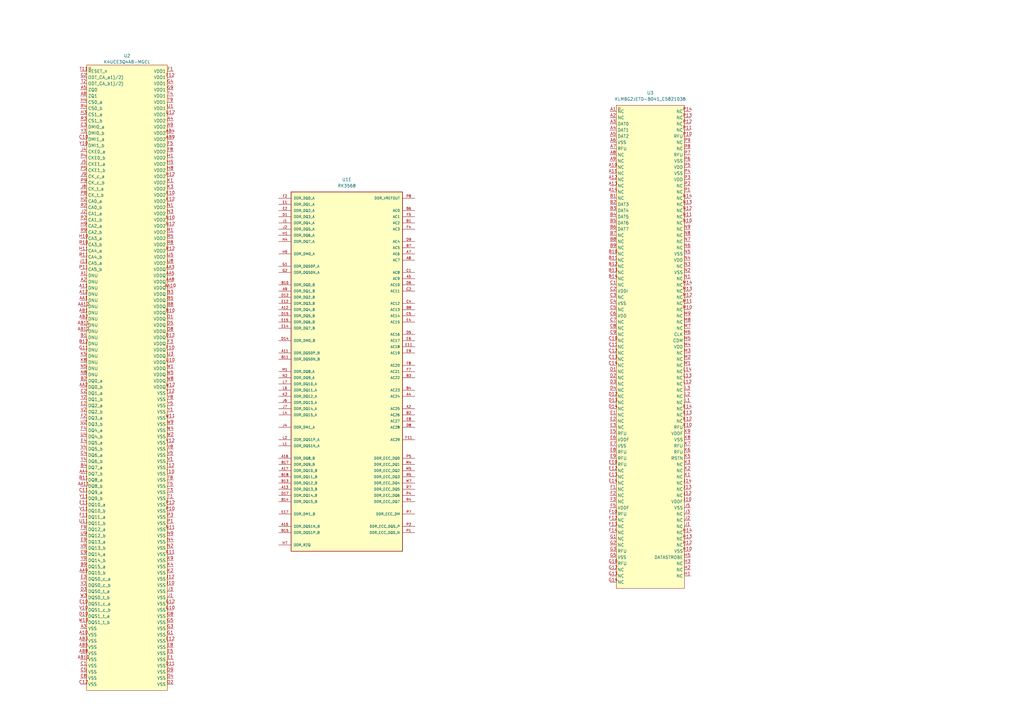
<source format=kicad_sch>
(kicad_sch (version 20250114) (generator "eeschema") (generator_version "9.0")
  (paper "A3")
  (lib_symbols
    (symbol "RK3568:RK3568" (pin_names (offset 1.016))
      (property "Reference" "U" (at -17.78 13.462 0))
      (property "Value" "RK3568" (at -17.78 -15.24 0))
      (symbol "RK3568_1_0"
        (pin power_in line (at -22.86 10.16 0) (length 5.08) (name "VDD_CPU") (number "J15"))
        (pin power_in line (at -22.86 10.16 0) (length 5.08) (hide yes) (name "VDD_CPU") (number "K15"))
        (pin power_in line (at -22.86 10.16 0) (length 5.08) (hide yes) (name "VDD_CPU") (number "K16"))
        (pin power_in line (at -22.86 10.16 0) (length 5.08) (hide yes) (name "VDD_CPU") (number "K17"))
        (pin power_in line (at -22.86 10.16 0) (length 5.08) (hide yes) (name "VDD_CPU") (number "K18"))
        (pin power_in line (at -22.86 10.16 0) (length 5.08) (hide yes) (name "VDD_CPU") (number "L15"))
        (pin power_in line (at -22.86 10.16 0) (length 5.08) (hide yes) (name "VDD_CPU") (number "L16"))
        (pin power_in line (at -22.86 10.16 0) (length 5.08) (hide yes) (name "VDD_CPU") (number "L17"))
        (pin power_in line (at -22.86 10.16 0) (length 5.08) (hide yes) (name "VDD_CPU") (number "L18"))
        (pin power_in line (at -22.86 10.16 0) (length 5.08) (hide yes) (name "VDD_CPU") (number "M17"))
        (pin power_in line (at -22.86 5.08 0) (length 5.08) (name "VDD_GPU") (number "R13"))
        (pin power_in line (at -22.86 5.08 0) (length 5.08) (hide yes) (name "VDD_GPU") (number "T13"))
        (pin power_in line (at -22.86 5.08 0) (length 5.08) (hide yes) (name "VDD_GPU") (number "U11"))
        (pin power_in line (at -22.86 5.08 0) (length 5.08) (hide yes) (name "VDD_GPU") (number "U12"))
        (pin power_in line (at -22.86 5.08 0) (length 5.08) (hide yes) (name "VDD_GPU") (number "U13"))
        (pin power_in line (at -22.86 -7.62 0) (length 5.08) (name "AVSS1") (number "J27"))
        (pin power_in line (at -22.86 -7.62 0) (length 5.08) (hide yes) (name "AVSS1") (number "L24"))
        (pin power_in line (at -22.86 -7.62 0) (length 5.08) (hide yes) (name "AVSS1") (number "L26"))
        (pin power_in line (at -22.86 -7.62 0) (length 5.08) (hide yes) (name "AVSS1") (number "M21"))
        (pin power_in line (at -22.86 -7.62 0) (length 5.08) (hide yes) (name "AVSS1") (number "M26"))
        (pin power_in line (at -22.86 -7.62 0) (length 5.08) (hide yes) (name "AVSS1") (number "N28"))
        (pin power_in line (at -22.86 -7.62 0) (length 5.08) (hide yes) (name "AVSS1") (number "P21"))
        (pin power_in line (at -22.86 -7.62 0) (length 5.08) (hide yes) (name "AVSS1") (number "P26"))
        (pin power_in line (at -22.86 -7.62 0) (length 5.08) (hide yes) (name "AVSS1") (number "R23"))
        (pin power_in line (at -22.86 -7.62 0) (length 5.08) (hide yes) (name "AVSS1") (number "R26"))
        (pin power_in line (at -22.86 -7.62 0) (length 5.08) (hide yes) (name "AVSS1") (number "U23"))
        (pin power_in line (at -22.86 -7.62 0) (length 5.08) (hide yes) (name "AVSS1") (number "U26"))
        (pin power_in line (at -22.86 -7.62 0) (length 5.08) (hide yes) (name "AVSS1") (number "V14"))
        (pin power_in line (at -22.86 -7.62 0) (length 5.08) (hide yes) (name "AVSS1") (number "V15"))
        (pin power_in line (at -22.86 -7.62 0) (length 5.08) (hide yes) (name "AVSS1") (number "V16"))
        (pin power_in line (at -22.86 -10.16 0) (length 5.08) (name "AVSS2") (number "AA12"))
        (pin power_in line (at -22.86 -10.16 0) (length 5.08) (hide yes) (name "AVSS2") (number "AA14"))
        (pin power_in line (at -22.86 -10.16 0) (length 5.08) (hide yes) (name "AVSS2") (number "AA15"))
        (pin power_in line (at -22.86 -10.16 0) (length 5.08) (hide yes) (name "AVSS2") (number "AA17"))
        (pin power_in line (at -22.86 -10.16 0) (length 5.08) (hide yes) (name "AVSS2") (number "AA24"))
        (pin power_in line (at -22.86 -10.16 0) (length 5.08) (hide yes) (name "AVSS2") (number "AA26"))
        (pin power_in line (at -22.86 -10.16 0) (length 5.08) (hide yes) (name "AVSS2") (number "AB11"))
        (pin power_in line (at -22.86 -10.16 0) (length 5.08) (hide yes) (name "AVSS2") (number "V22"))
        (pin power_in line (at -22.86 -10.16 0) (length 5.08) (hide yes) (name "AVSS2") (number "V23"))
        (pin power_in line (at -22.86 -10.16 0) (length 5.08) (hide yes) (name "AVSS2") (number "V26"))
        (pin power_in line (at -22.86 -10.16 0) (length 5.08) (hide yes) (name "AVSS2") (number "W17"))
        (pin power_in line (at -22.86 -10.16 0) (length 5.08) (hide yes) (name "AVSS2") (number "Y18"))
        (pin power_in line (at -22.86 -10.16 0) (length 5.08) (hide yes) (name "AVSS2") (number "Y23"))
        (pin power_in line (at -22.86 -10.16 0) (length 5.08) (hide yes) (name "AVSS2") (number "Y24"))
        (pin power_in line (at -22.86 -10.16 0) (length 5.08) (hide yes) (name "AVSS2") (number "Y26"))
        (pin power_in line (at 22.86 10.16 180) (length 5.08) (name "VDD_LOGIC") (number "L12"))
        (pin power_in line (at 22.86 10.16 180) (length 5.08) (hide yes) (name "VDD_LOGIC") (number "M12"))
        (pin power_in line (at 22.86 10.16 180) (length 5.08) (hide yes) (name "VDD_LOGIC") (number "N13"))
        (pin power_in line (at 22.86 10.16 180) (length 5.08) (hide yes) (name "VDD_LOGIC") (number "N16"))
        (pin power_in line (at 22.86 10.16 180) (length 5.08) (hide yes) (name "VDD_LOGIC") (number "P13"))
        (pin power_in line (at 22.86 10.16 180) (length 5.08) (hide yes) (name "VDD_LOGIC") (number "P16"))
        (pin power_in line (at 22.86 10.16 180) (length 5.08) (hide yes) (name "VDD_LOGIC") (number "R12"))
        (pin power_in line (at 22.86 10.16 180) (length 5.08) (hide yes) (name "VDD_LOGIC") (number "R16"))
        (pin power_in line (at 22.86 10.16 180) (length 5.08) (hide yes) (name "VDD_LOGIC") (number "T12"))
        (pin power_in line (at 22.86 10.16 180) (length 5.08) (hide yes) (name "VDD_LOGIC") (number "T16"))
        (pin power_in line (at 22.86 5.08 180) (length 5.08) (name "VDD_NPU") (number "M19"))
        (pin power_in line (at 22.86 5.08 180) (length 5.08) (hide yes) (name "VDD_NPU") (number "N19"))
        (pin power_in line (at 22.86 5.08 180) (length 5.08) (hide yes) (name "VDD_NPU") (number "P18"))
        (pin power_in line (at 22.86 5.08 180) (length 5.08) (hide yes) (name "VDD_NPU") (number "P19"))
        (pin power_in line (at 22.86 5.08 180) (length 5.08) (hide yes) (name "VDD_NPU") (number "P20"))
        (pin power_in line (at 22.86 0 180) (length 5.08) (name "VDD_CPU_COM") (number "M15"))
        (pin power_in line (at 22.86 -7.62 180) (length 5.08) (name "AVSS3") (number "AB12"))
        (pin power_in line (at 22.86 -7.62 180) (length 5.08) (hide yes) (name "AVSS3") (number "AB14"))
        (pin power_in line (at 22.86 -7.62 180) (length 5.08) (hide yes) (name "AVSS3") (number "AB15"))
        (pin power_in line (at 22.86 -7.62 180) (length 5.08) (hide yes) (name "AVSS3") (number "AB17"))
        (pin power_in line (at 22.86 -7.62 180) (length 5.08) (hide yes) (name "AVSS3") (number "AC11"))
        (pin power_in line (at 22.86 -7.62 180) (length 5.08) (hide yes) (name "AVSS3") (number "AC12"))
        (pin power_in line (at 22.86 -7.62 180) (length 5.08) (hide yes) (name "AVSS3") (number "AC15"))
        (pin power_in line (at 22.86 -7.62 180) (length 5.08) (hide yes) (name "AVSS3") (number "AC18"))
        (pin power_in line (at 22.86 -7.62 180) (length 5.08) (hide yes) (name "AVSS3") (number "AC25"))
        (pin power_in line (at 22.86 -7.62 180) (length 5.08) (hide yes) (name "AVSS3") (number "AC26"))
        (pin power_in line (at 22.86 -7.62 180) (length 5.08) (hide yes) (name "AVSS3") (number "AC9"))
        (pin power_in line (at 22.86 -7.62 180) (length 5.08) (hide yes) (name "AVSS3") (number "AD26"))
        (pin power_in line (at 22.86 -7.62 180) (length 5.08) (hide yes) (name "AVSS3") (number "AE14"))
        (pin power_in line (at 22.86 -7.62 180) (length 5.08) (hide yes) (name "AVSS3") (number "AE17"))
        (pin power_in line (at 22.86 -7.62 180) (length 5.08) (hide yes) (name "AVSS3") (number "AE20"))
        (pin power_in line (at 22.86 -10.16 180) (length 5.08) (name "AVSS4") (number "AE27"))
        (pin power_in line (at 22.86 -10.16 180) (length 5.08) (hide yes) (name "AVSS4") (number "AE28"))
        (pin power_in line (at 22.86 -10.16 180) (length 5.08) (hide yes) (name "AVSS4") (number "AF11"))
        (pin power_in line (at 22.86 -10.16 180) (length 5.08) (hide yes) (name "AVSS4") (number "AF12"))
        (pin power_in line (at 22.86 -10.16 180) (length 5.08) (hide yes) (name "AVSS4") (number "AF14"))
        (pin power_in line (at 22.86 -10.16 180) (length 5.08) (hide yes) (name "AVSS4") (number "AF15"))
        (pin power_in line (at 22.86 -10.16 180) (length 5.08) (hide yes) (name "AVSS4") (number "AF17"))
        (pin power_in line (at 22.86 -10.16 180) (length 5.08) (hide yes) (name "AVSS4") (number "AF18"))
        (pin power_in line (at 22.86 -10.16 180) (length 5.08) (hide yes) (name "AVSS4") (number "AF20"))
        (pin power_in line (at 22.86 -10.16 180) (length 5.08) (hide yes) (name "AVSS4") (number "AF21"))
        (pin power_in line (at 22.86 -10.16 180) (length 5.08) (hide yes) (name "AVSS4") (number "AF9"))
        (pin power_in line (at 22.86 -10.16 180) (length 5.08) (hide yes) (name "AVSS4") (number "AG18"))
        (pin power_in line (at 22.86 -10.16 180) (length 5.08) (hide yes) (name "AVSS4") (number "AH18"))
        (pin power_in line (at 22.86 -10.16 180) (length 5.08) (hide yes) (name "AVSS4") (number "AH23"))
      )
      (symbol "RK3568_2_0"
        (pin power_in line (at -15.24 2.54 0) (length 5.08) (name "VSS1") (number "A1"))
        (pin power_in line (at -15.24 2.54 0) (length 5.08) (hide yes) (name "VSS1") (number "A10"))
        (pin power_in line (at -15.24 2.54 0) (length 5.08) (hide yes) (name "VSS1") (number "A14"))
        (pin power_in line (at -15.24 2.54 0) (length 5.08) (hide yes) (name "VSS1") (number "A18"))
        (pin power_in line (at -15.24 2.54 0) (length 5.08) (hide yes) (name "VSS1") (number "A28"))
        (pin power_in line (at -15.24 2.54 0) (length 5.08) (hide yes) (name "VSS1") (number "A3"))
        (pin power_in line (at -15.24 2.54 0) (length 5.08) (hide yes) (name "VSS1") (number "A6"))
        (pin power_in line (at -15.24 2.54 0) (length 5.08) (hide yes) (name "VSS1") (number "B12"))
        (pin power_in line (at -15.24 2.54 0) (length 5.08) (hide yes) (name "VSS1") (number "B16"))
        (pin power_in line (at -15.24 2.54 0) (length 5.08) (hide yes) (name "VSS1") (number "B23"))
        (pin power_in line (at -15.24 2.54 0) (length 5.08) (hide yes) (name "VSS1") (number "B26"))
        (pin power_in line (at -15.24 2.54 0) (length 5.08) (hide yes) (name "VSS1") (number "B5"))
        (pin power_in line (at -15.24 2.54 0) (length 5.08) (hide yes) (name "VSS1") (number "B9"))
        (pin power_in line (at -15.24 2.54 0) (length 5.08) (hide yes) (name "VSS1") (number "C3"))
        (pin power_in line (at -15.24 2.54 0) (length 5.08) (hide yes) (name "VSS1") (number "C6"))
        (pin power_in line (at -15.24 0 0) (length 5.08) (hide yes) (name "VSS2") (number "C11"))
        (pin power_in line (at -15.24 0 0) (length 5.08) (hide yes) (name "VSS2") (number "C12"))
        (pin power_in line (at -15.24 0 0) (length 5.08) (hide yes) (name "VSS2") (number "C14"))
        (pin power_in line (at -15.24 0 0) (length 5.08) (hide yes) (name "VSS2") (number "C15"))
        (pin power_in line (at -15.24 0 0) (length 5.08) (hide yes) (name "VSS2") (number "C17"))
        (pin power_in line (at -15.24 0 0) (length 5.08) (hide yes) (name "VSS2") (number "C18"))
        (pin power_in line (at -15.24 0 0) (length 5.08) (hide yes) (name "VSS2") (number "C25"))
        (pin power_in line (at -15.24 0 0) (length 5.08) (name "VSS2") (number "C8"))
        (pin power_in line (at -15.24 0 0) (length 5.08) (hide yes) (name "VSS2") (number "C9"))
        (pin power_in line (at -15.24 0 0) (length 5.08) (hide yes) (name "VSS2") (number "D11"))
        (pin power_in line (at -15.24 0 0) (length 5.08) (hide yes) (name "VSS2") (number "D2"))
        (pin power_in line (at -15.24 0 0) (length 5.08) (hide yes) (name "VSS2") (number "D28"))
        (pin power_in line (at -15.24 0 0) (length 5.08) (hide yes) (name "VSS2") (number "D3"))
        (pin power_in line (at -15.24 0 0) (length 5.08) (hide yes) (name "VSS2") (number "E3"))
        (pin power_in line (at -15.24 0 0) (length 5.08) (hide yes) (name "VSS2") (number "E7"))
        (pin power_in line (at -15.24 -2.54 0) (length 5.08) (name "VSS3") (number "F1"))
        (pin power_in line (at -15.24 -2.54 0) (length 5.08) (hide yes) (name "VSS3") (number "F12"))
        (pin power_in line (at -15.24 -2.54 0) (length 5.08) (hide yes) (name "VSS3") (number "F14"))
        (pin power_in line (at -15.24 -2.54 0) (length 5.08) (hide yes) (name "VSS3") (number "F15"))
        (pin power_in line (at -15.24 -2.54 0) (length 5.08) (hide yes) (name "VSS3") (number "F17"))
        (pin power_in line (at -15.24 -2.54 0) (length 5.08) (hide yes) (name "VSS3") (number "F3"))
        (pin power_in line (at -15.24 -2.54 0) (length 5.08) (hide yes) (name "VSS3") (number "F9"))
        (pin power_in line (at -15.24 -2.54 0) (length 5.08) (hide yes) (name "VSS3") (number "G11"))
        (pin power_in line (at -15.24 -2.54 0) (length 5.08) (hide yes) (name "VSS3") (number "G12"))
        (pin power_in line (at -15.24 -2.54 0) (length 5.08) (hide yes) (name "VSS3") (number "G14"))
        (pin power_in line (at -15.24 -2.54 0) (length 5.08) (hide yes) (name "VSS3") (number "G15"))
        (pin power_in line (at -15.24 -2.54 0) (length 5.08) (hide yes) (name "VSS3") (number "G5"))
        (pin power_in line (at -15.24 -2.54 0) (length 5.08) (hide yes) (name "VSS3") (number "G6"))
        (pin power_in line (at -15.24 -2.54 0) (length 5.08) (hide yes) (name "VSS3") (number "G8"))
        (pin power_in line (at -15.24 -2.54 0) (length 5.08) (hide yes) (name "VSS3") (number "G9"))
        (pin power_in line (at 15.24 2.54 180) (length 5.08) (name "VSS4") (number "G17"))
        (pin power_in line (at 15.24 2.54 180) (length 5.08) (hide yes) (name "VSS4") (number "G18"))
        (pin power_in line (at 15.24 2.54 180) (length 5.08) (hide yes) (name "VSS4") (number "G24"))
        (pin power_in line (at 15.24 2.54 180) (length 5.08) (hide yes) (name "VSS4") (number "H2"))
        (pin power_in line (at 15.24 2.54 180) (length 5.08) (hide yes) (name "VSS4") (number "H3"))
        (pin power_in line (at 15.24 2.54 180) (length 5.08) (hide yes) (name "VSS4") (number "H6"))
        (pin power_in line (at 15.24 2.54 180) (length 5.08) (hide yes) (name "VSS4") (number "J17"))
        (pin power_in line (at 15.24 2.54 180) (length 5.08) (hide yes) (name "VSS4") (number "J18"))
        (pin power_in line (at 15.24 2.54 180) (length 5.08) (hide yes) (name "VSS4") (number "J20"))
        (pin power_in line (at 15.24 2.54 180) (length 5.08) (hide yes) (name "VSS4") (number "J22"))
        (pin power_in line (at 15.24 2.54 180) (length 5.08) (hide yes) (name "VSS4") (number "J26"))
        (pin power_in line (at 15.24 2.54 180) (length 5.08) (hide yes) (name "VSS4") (number "J3"))
        (pin power_in line (at 15.24 2.54 180) (length 5.08) (hide yes) (name "VSS4") (number "J5"))
        (pin power_in line (at 15.24 2.54 180) (length 5.08) (hide yes) (name "VSS4") (number "K1"))
        (pin power_in line (at 15.24 2.54 180) (length 5.08) (hide yes) (name "VSS4") (number "K11"))
        (pin power_in line (at 15.24 0 180) (length 5.08) (name "VSS5") (number "K12"))
        (pin power_in line (at 15.24 0 180) (length 5.08) (hide yes) (name "VSS5") (number "K13"))
        (pin power_in line (at 15.24 0 180) (length 5.08) (hide yes) (name "VSS5") (number "K14"))
        (pin power_in line (at 15.24 0 180) (length 5.08) (hide yes) (name "VSS5") (number "K19"))
        (pin power_in line (at 15.24 0 180) (length 5.08) (hide yes) (name "VSS5") (number "L11"))
        (pin power_in line (at 15.24 0 180) (length 5.08) (hide yes) (name "VSS5") (number "L13"))
        (pin power_in line (at 15.24 0 180) (length 5.08) (hide yes) (name "VSS5") (number "L14"))
        (pin power_in line (at 15.24 0 180) (length 5.08) (hide yes) (name "VSS5") (number "L19"))
        (pin power_in line (at 15.24 0 180) (length 5.08) (hide yes) (name "VSS5") (number "L20"))
        (pin power_in line (at 15.24 0 180) (length 5.08) (hide yes) (name "VSS5") (number "L21"))
        (pin power_in line (at 15.24 0 180) (length 5.08) (hide yes) (name "VSS5") (number "L3"))
        (pin power_in line (at 15.24 0 180) (length 5.08) (hide yes) (name "VSS5") (number "L5"))
        (pin power_in line (at 15.24 0 180) (length 5.08) (hide yes) (name "VSS5") (number "L8"))
        (pin power_in line (at 15.24 0 180) (length 5.08) (hide yes) (name "VSS5") (number "M2"))
        (pin power_in line (at 15.24 0 180) (length 5.08) (hide yes) (name "VSS5") (number "M3"))
        (pin power_in line (at 15.24 -2.54 180) (length 5.08) (hide yes) (name "VSS6") (number "M11"))
        (pin power_in line (at 15.24 -2.54 180) (length 5.08) (hide yes) (name "VSS6") (number "M13"))
        (pin power_in line (at 15.24 -2.54 180) (length 5.08) (hide yes) (name "VSS6") (number "M14"))
        (pin power_in line (at 15.24 -2.54 180) (length 5.08) (hide yes) (name "VSS6") (number "M16"))
        (pin power_in line (at 15.24 -2.54 180) (length 5.08) (hide yes) (name "VSS6") (number "M18"))
        (pin power_in line (at 15.24 -2.54 180) (length 5.08) (name "VSS6") (number "M6"))
        (pin power_in line (at 15.24 -2.54 180) (length 5.08) (hide yes) (name "VSS6") (number "M8"))
        (pin power_in line (at 15.24 -2.54 180) (length 5.08) (hide yes) (name "VSS6") (number "N1"))
        (pin power_in line (at 15.24 -2.54 180) (length 5.08) (hide yes) (name "VSS6") (number "N12"))
        (pin power_in line (at 15.24 -2.54 180) (length 5.08) (hide yes) (name "VSS6") (number "N14"))
        (pin power_in line (at 15.24 -2.54 180) (length 5.08) (hide yes) (name "VSS6") (number "N15"))
        (pin power_in line (at 15.24 -2.54 180) (length 5.08) (hide yes) (name "VSS6") (number "N17"))
        (pin power_in line (at 15.24 -2.54 180) (length 5.08) (hide yes) (name "VSS6") (number "N18"))
        (pin power_in line (at 15.24 -2.54 180) (length 5.08) (hide yes) (name "VSS6") (number "P3"))
        (pin power_in line (at 15.24 -2.54 180) (length 5.08) (hide yes) (name "VSS6") (number "P6"))
      )
      (symbol "RK3568_3_0"
        (pin power_in line (at -15.24 0 0) (length 5.08) (name "VSS7") (number "P12"))
        (pin power_in line (at -15.24 0 0) (length 5.08) (hide yes) (name "VSS7") (number "P14"))
        (pin power_in line (at -15.24 0 0) (length 5.08) (hide yes) (name "VSS7") (number "P15"))
        (pin power_in line (at -15.24 0 0) (length 5.08) (hide yes) (name "VSS7") (number "P17"))
        (pin power_in line (at -15.24 0 0) (length 5.08) (hide yes) (name "VSS7") (number "R10"))
        (pin power_in line (at -15.24 0 0) (length 5.08) (hide yes) (name "VSS7") (number "R11"))
        (pin power_in line (at -15.24 0 0) (length 5.08) (hide yes) (name "VSS7") (number "R14"))
        (pin power_in line (at -15.24 0 0) (length 5.08) (hide yes) (name "VSS7") (number "R15"))
        (pin power_in line (at -15.24 0 0) (length 5.08) (hide yes) (name "VSS7") (number "R17"))
        (pin power_in line (at -15.24 0 0) (length 5.08) (hide yes) (name "VSS7") (number "R18"))
        (pin power_in line (at -15.24 0 0) (length 5.08) (hide yes) (name "VSS7") (number "R19"))
        (pin power_in line (at -15.24 0 0) (length 5.08) (hide yes) (name "VSS7") (number "R3"))
        (pin power_in line (at -15.24 0 0) (length 5.08) (hide yes) (name "VSS7") (number "R6"))
        (pin power_in line (at -15.24 0 0) (length 5.08) (hide yes) (name "VSS7") (number "T10"))
        (pin power_in line (at -15.24 0 0) (length 5.08) (hide yes) (name "VSS7") (number "T11"))
        (pin power_in line (at -15.24 -2.54 0) (length 5.08) (name "VSS8") (number "T14"))
        (pin power_in line (at -15.24 -2.54 0) (length 5.08) (hide yes) (name "VSS8") (number "T15"))
        (pin power_in line (at -15.24 -2.54 0) (length 5.08) (hide yes) (name "VSS8") (number "T17"))
        (pin power_in line (at -15.24 -2.54 0) (length 5.08) (hide yes) (name "VSS8") (number "T18"))
        (pin power_in line (at -15.24 -2.54 0) (length 5.08) (hide yes) (name "VSS8") (number "T19"))
        (pin power_in line (at -15.24 -2.54 0) (length 5.08) (hide yes) (name "VSS8") (number "U1"))
        (pin power_in line (at -15.24 -2.54 0) (length 5.08) (hide yes) (name "VSS8") (number "U10"))
        (pin power_in line (at -15.24 -2.54 0) (length 5.08) (hide yes) (name "VSS8") (number "U14"))
        (pin power_in line (at -15.24 -2.54 0) (length 5.08) (hide yes) (name "VSS8") (number "U15"))
        (pin power_in line (at -15.24 -2.54 0) (length 5.08) (hide yes) (name "VSS8") (number "U16"))
        (pin power_in line (at -15.24 -2.54 0) (length 5.08) (hide yes) (name "VSS8") (number "U17"))
        (pin power_in line (at -15.24 -2.54 0) (length 5.08) (hide yes) (name "VSS8") (number "U18"))
        (pin power_in line (at -15.24 -2.54 0) (length 5.08) (hide yes) (name "VSS8") (number "U6"))
        (pin power_in line (at -15.24 -2.54 0) (length 5.08) (hide yes) (name "VSS8") (number "U7"))
        (pin power_in line (at -15.24 -2.54 0) (length 5.08) (hide yes) (name "VSS8") (number "U8"))
        (pin power_in line (at 15.24 0 180) (length 5.08) (hide yes) (name "VSS9") (number "AA23"))
        (pin power_in line (at 15.24 0 180) (length 5.08) (name "VSS9") (number "AA4"))
        (pin power_in line (at 15.24 0 180) (length 5.08) (hide yes) (name "VSS9") (number "AA9"))
        (pin power_in line (at 15.24 0 180) (length 5.08) (hide yes) (name "VSS9") (number "V13"))
        (pin power_in line (at 15.24 0 180) (length 5.08) (hide yes) (name "VSS9") (number "V3"))
        (pin power_in line (at 15.24 0 180) (length 5.08) (hide yes) (name "VSS9") (number "V8"))
        (pin power_in line (at 15.24 0 180) (length 5.08) (hide yes) (name "VSS9") (number "V9"))
        (pin power_in line (at 15.24 0 180) (length 5.08) (hide yes) (name "VSS9") (number "W10"))
        (pin power_in line (at 15.24 0 180) (length 5.08) (hide yes) (name "VSS9") (number "W11"))
        (pin power_in line (at 15.24 0 180) (length 5.08) (hide yes) (name "VSS9") (number "W12"))
        (pin power_in line (at 15.24 0 180) (length 5.08) (hide yes) (name "VSS9") (number "W13"))
        (pin power_in line (at 15.24 0 180) (length 5.08) (hide yes) (name "VSS9") (number "Y11"))
        (pin power_in line (at 15.24 0 180) (length 5.08) (hide yes) (name "VSS9") (number "Y12"))
        (pin power_in line (at 15.24 0 180) (length 5.08) (hide yes) (name "VSS9") (number "Y8"))
        (pin power_in line (at 15.24 0 180) (length 5.08) (hide yes) (name "VSS9") (number "Y9"))
        (pin power_in line (at 15.24 -2.54 180) (length 5.08) (name "VSS10") (number "AB2"))
        (pin power_in line (at 15.24 -2.54 180) (length 5.08) (hide yes) (name "VSS10") (number "AB6"))
        (pin power_in line (at 15.24 -2.54 180) (length 5.08) (hide yes) (name "VSS10") (number "AD3"))
        (pin power_in line (at 15.24 -2.54 180) (length 5.08) (hide yes) (name "VSS10") (number "AE21"))
        (pin power_in line (at 15.24 -2.54 180) (length 5.08) (hide yes) (name "VSS10") (number "AE6"))
        (pin power_in line (at 15.24 -2.54 180) (length 5.08) (hide yes) (name "VSS10") (number "AF26"))
        (pin power_in line (at 15.24 -2.54 180) (length 5.08) (hide yes) (name "VSS10") (number "AF3"))
        (pin power_in line (at 15.24 -2.54 180) (length 5.08) (hide yes) (name "VSS10") (number "AG5"))
        (pin power_in line (at 15.24 -2.54 180) (length 5.08) (hide yes) (name "VSS10") (number "AH1"))
        (pin power_in line (at 15.24 -2.54 180) (length 5.08) (hide yes) (name "VSS10") (number "AH28"))
        (pin power_in line (at 15.24 -2.54 180) (length 5.08) (hide yes) (name "VSS10") (number "AH8"))
      )
      (symbol "RK3568_4_0"
        (pin power_in line (at -27.94 2.54 0) (length 5.08) (hide yes) (name "DDRPHY_VDDQ") (number "H11"))
        (pin power_in line (at -27.94 2.54 0) (length 5.08) (hide yes) (name "DDRPHY_VDDQ") (number "H12"))
        (pin power_in line (at -27.94 2.54 0) (length 5.08) (hide yes) (name "DDRPHY_VDDQ") (number "H14"))
        (pin power_in line (at -27.94 2.54 0) (length 5.08) (hide yes) (name "DDRPHY_VDDQ") (number "H15"))
        (pin power_in line (at -27.94 2.54 0) (length 5.08) (name "DDRPHY_VDDQ") (number "H9"))
        (pin power_in line (at -27.94 2.54 0) (length 5.08) (hide yes) (name "DDRPHY_VDDQ") (number "J9"))
        (pin power_in line (at -27.94 2.54 0) (length 5.08) (hide yes) (name "DDRPHY_VDDQ") (number "L9"))
        (pin power_in line (at -27.94 2.54 0) (length 5.08) (hide yes) (name "DDRPHY_VDDQ") (number "M9"))
        (pin power_in line (at 27.94 2.54 180) (length 5.08) (name "DDRPHY_VDDQL") (number "J11"))
        (pin power_in line (at 27.94 2.54 180) (length 5.08) (hide yes) (name "DDRPHY_VDDQL") (number "J12"))
        (pin power_in line (at 27.94 2.54 180) (length 5.08) (hide yes) (name "DDRPHY_VDDQL") (number "J14"))
        (pin power_in line (at 27.94 2.54 180) (length 5.08) (hide yes) (name "DDRPHY_VDDQL") (number "K10"))
        (pin power_in line (at 27.94 2.54 180) (length 5.08) (hide yes) (name "DDRPHY_VDDQL") (number "L10"))
        (pin power_in line (at 27.94 2.54 180) (length 5.08) (hide yes) (name "DDRPHY_VDDQL") (number "M10"))
        (pin power_in line (at 27.94 -2.54 180) (length 5.08) (name "DDR_AVSS") (number "J8"))
      )
      (symbol "RK3568_5_0"
        (pin bidirectional line (at -27.94 71.12 0) (length 5.08) (name "DDR_DQ0_A") (number "F2"))
        (pin bidirectional line (at -27.94 68.58 0) (length 5.08) (name "DDR_DQ1_A") (number "E1"))
        (pin bidirectional line (at -27.94 66.04 0) (length 5.08) (name "DDR_DQ2_A") (number "E2"))
        (pin bidirectional line (at -27.94 63.5 0) (length 5.08) (name "DDR_DQ3_A") (number "D1"))
        (pin bidirectional line (at -27.94 60.96 0) (length 5.08) (name "DDR_DQ4_A") (number "J1"))
        (pin bidirectional line (at -27.94 58.42 0) (length 5.08) (name "DDR_DQ5_A") (number "J2"))
        (pin bidirectional line (at -27.94 55.88 0) (length 5.08) (name "DDR_DQ6_A") (number "H1"))
        (pin bidirectional line (at -27.94 53.34 0) (length 5.08) (name "DDR_DQ7_A") (number "H4"))
        (pin bidirectional line (at -27.94 48.26 0) (length 5.08) (name "DDR_DM0_A") (number "H5"))
        (pin bidirectional line (at -27.94 43.18 0) (length 5.08) (name "DDR_DQS0P_A") (number "G1"))
        (pin bidirectional line (at -27.94 40.64 0) (length 5.08) (name "DDR_DQS0N_A") (number "G2"))
        (pin bidirectional line (at -27.94 35.56 0) (length 5.08) (name "DDR_DQ0_B") (number "B10"))
        (pin bidirectional line (at -27.94 33.02 0) (length 5.08) (name "DDR_DQ1_B") (number "A9"))
        (pin bidirectional line (at -27.94 30.48 0) (length 5.08) (name "DDR_DQ2_B") (number "D12"))
        (pin bidirectional line (at -27.94 27.94 0) (length 5.08) (name "DDR_DQ3_B") (number "E12"))
        (pin bidirectional line (at -27.94 25.4 0) (length 5.08) (name "DDR_DQ4_B") (number "A12"))
        (pin bidirectional line (at -27.94 22.86 0) (length 5.08) (name "DDR_DQ5_B") (number "D15"))
        (pin bidirectional line (at -27.94 20.32 0) (length 5.08) (name "DDR_DQ6_B") (number "E15"))
        (pin bidirectional line (at -27.94 17.78 0) (length 5.08) (name "DDR_DQ7_B") (number "E14"))
        (pin bidirectional line (at -27.94 12.7 0) (length 5.08) (name "DDR_DM0_B") (number "D14"))
        (pin bidirectional line (at -27.94 7.62 0) (length 5.08) (name "DDR_DQS0P_B") (number "A11"))
        (pin bidirectional line (at -27.94 5.08 0) (length 5.08) (name "DDR_DQS0N_B") (number "B11"))
        (pin bidirectional line (at -27.94 0 0) (length 5.08) (name "DDR_DQ8_A") (number "M1"))
        (pin bidirectional line (at -27.94 -2.54 0) (length 5.08) (name "DDR_DQ9_A") (number "N2"))
        (pin bidirectional line (at -27.94 -5.08 0) (length 5.08) (name "DDR_DQ10_A") (number "L7"))
        (pin bidirectional line (at -27.94 -7.62 0) (length 5.08) (name "DDR_DQ11_A") (number "L6"))
        (pin bidirectional line (at -27.94 -10.16 0) (length 5.08) (name "DDR_DQ12_A") (number "K2"))
        (pin bidirectional line (at -27.94 -12.7 0) (length 5.08) (name "DDR_DQ13_A") (number "J6"))
        (pin bidirectional line (at -27.94 -15.24 0) (length 5.08) (name "DDR_DQ14_A") (number "J7"))
        (pin bidirectional line (at -27.94 -17.78 0) (length 5.08) (name "DDR_DQ15_A") (number "L4"))
        (pin bidirectional line (at -27.94 -22.86 0) (length 5.08) (name "DDR_DM1_A") (number "J4"))
        (pin bidirectional line (at -27.94 -27.94 0) (length 5.08) (name "DDR_DQS1P_A") (number "L2"))
        (pin bidirectional line (at -27.94 -30.48 0) (length 5.08) (name "DDR_DQS1N_A") (number "L1"))
        (pin bidirectional line (at -27.94 -35.56 0) (length 5.08) (name "DDR_DQ8_B") (number "A16"))
        (pin bidirectional line (at -27.94 -38.1 0) (length 5.08) (name "DDR_DQ9_B") (number "B17"))
        (pin bidirectional line (at -27.94 -40.64 0) (length 5.08) (name "DDR_DQ10_B") (number "A17"))
        (pin bidirectional line (at -27.94 -43.18 0) (length 5.08) (name "DDR_DQ11_B") (number "B18"))
        (pin bidirectional line (at -27.94 -45.72 0) (length 5.08) (name "DDR_DQ12_B") (number "B13"))
        (pin bidirectional line (at -27.94 -48.26 0) (length 5.08) (name "DDR_DQ13_B") (number "A13"))
        (pin bidirectional line (at -27.94 -50.8 0) (length 5.08) (name "DDR_DQ14_B") (number "D17"))
        (pin bidirectional line (at -27.94 -53.34 0) (length 5.08) (name "DDR_DQ15_B") (number "B14"))
        (pin bidirectional line (at -27.94 -58.42 0) (length 5.08) (name "DDR_DM1_B") (number "E17"))
        (pin bidirectional line (at -27.94 -63.5 0) (length 5.08) (name "DDR_DQS1N_B") (number "A15"))
        (pin bidirectional line (at -27.94 -66.04 0) (length 5.08) (name "DDR_DQS1P_B") (number "B15"))
        (pin passive line (at -27.94 -71.12 0) (length 5.08) (name "DDR_RZQ") (number "H7"))
        (pin output line (at 27.94 71.12 180) (length 5.08) (name "DDR_VREFOUT") (number "P8"))
        (pin output line (at 27.94 66.04 180) (length 5.08) (name "AC0") (number "B6"))
        (pin output line (at 27.94 63.5 180) (length 5.08) (name "AC1") (number "F5"))
        (pin output line (at 27.94 60.96 180) (length 5.08) (name "AC2") (number "B1"))
        (pin output line (at 27.94 58.42 180) (length 5.08) (name "AC3") (number "F4"))
        (pin output line (at 27.94 53.34 180) (length 5.08) (name "AC4") (number "D9"))
        (pin output line (at 27.94 50.8 180) (length 5.08) (name "AC5") (number "B7"))
        (pin output line (at 27.94 48.26 180) (length 5.08) (name "AC6") (number "A7"))
        (pin output line (at 27.94 45.72 180) (length 5.08) (name "AC7") (number "A8"))
        (pin output line (at 27.94 40.64 180) (length 5.08) (name "AC8") (number "C1"))
        (pin output line (at 27.94 38.1 180) (length 5.08) (name "AC9") (number "A5"))
        (pin output line (at 27.94 35.56 180) (length 5.08) (name "AC10") (number "D6"))
        (pin output line (at 27.94 33.02 180) (length 5.08) (name "AC11") (number "C2"))
        (pin output line (at 27.94 27.94 180) (length 5.08) (name "AC12") (number "C4"))
        (pin output line (at 27.94 25.4 180) (length 5.08) (name "AC13") (number "B8"))
        (pin output line (at 27.94 22.86 180) (length 5.08) (name "AC14") (number "C5"))
        (pin output line (at 27.94 20.32 180) (length 5.08) (name "AC15") (number "E4"))
        (pin output line (at 27.94 15.24 180) (length 5.08) (name "AC16") (number "D5"))
        (pin output line (at 27.94 12.7 180) (length 5.08) (name "AC17") (number "E6"))
        (pin output line (at 27.94 10.16 180) (length 5.08) (name "AC18") (number "E11"))
        (pin output line (at 27.94 7.62 180) (length 5.08) (name "AC19") (number "E9"))
        (pin output line (at 27.94 2.54 180) (length 5.08) (name "AC20") (number "F8"))
        (pin output line (at 27.94 0 180) (length 5.08) (name "AC21") (number "F7"))
        (pin output line (at 27.94 -2.54 180) (length 5.08) (name "AC22") (number "B3"))
        (pin output line (at 27.94 -7.62 180) (length 5.08) (name "AC23") (number "B4"))
        (pin output line (at 27.94 -10.16 180) (length 5.08) (name "AC24") (number "A4"))
        (pin output line (at 27.94 -15.24 180) (length 5.08) (name "AC25") (number "A2"))
        (pin output line (at 27.94 -17.78 180) (length 5.08) (name "AC26") (number "B2"))
        (pin output line (at 27.94 -20.32 180) (length 5.08) (name "AC27") (number "E8"))
        (pin output line (at 27.94 -22.86 180) (length 5.08) (name "AC28") (number "D8"))
        (pin output line (at 27.94 -27.94 180) (length 5.08) (name "AC29") (number "F11"))
        (pin bidirectional line (at 27.94 -35.56 180) (length 5.08) (name "DDR_ECC_DQ0") (number "P5"))
        (pin bidirectional line (at 27.94 -38.1 180) (length 5.08) (name "DDR_ECC_DQ1") (number "M4"))
        (pin bidirectional line (at 27.94 -40.64 180) (length 5.08) (name "DDR_ECC_DQ2") (number "M5"))
        (pin bidirectional line (at 27.94 -43.18 180) (length 5.08) (name "DDR_ECC_DQ3") (number "R5"))
        (pin bidirectional line (at 27.94 -45.72 180) (length 5.08) (name "DDR_ECC_DQ4") (number "M7"))
        (pin bidirectional line (at 27.94 -48.26 180) (length 5.08) (name "DDR_ECC_DQ5") (number "R7"))
        (pin bidirectional line (at 27.94 -50.8 180) (length 5.08) (name "DDR_ECC_DQ6") (number "P4"))
        (pin bidirectional line (at 27.94 -53.34 180) (length 5.08) (name "DDR_ECC_DQ7") (number "R4"))
        (pin bidirectional line (at 27.94 -58.42 180) (length 5.08) (name "DDR_ECC_DM") (number "P7"))
        (pin bidirectional line (at 27.94 -63.5 180) (length 5.08) (name "DDR_ECC_DQS_P") (number "P2"))
        (pin bidirectional line (at 27.94 -66.04 180) (length 5.08) (name "DDR_ECC_DQS_N") (number "P1"))
      )
      (symbol "RK3568_6_0"
        (pin input line (at -30.48 15.24 0) (length 5.08) (name "~{POR_U}") (number "AH27"))
        (pin bidirectional line (at -30.48 10.16 0) (length 5.08) (name "GPIO0_A0_D") (number "AG27"))
        (pin bidirectional line (at -30.48 7.62 0) (length 5.08) (name "GPIO0_A1_Z") (number "AG26"))
        (pin bidirectional line (at -30.48 5.08 0) (length 5.08) (name "GPIO0_A2_D") (number "AG28"))
        (pin bidirectional line (at -30.48 2.54 0) (length 5.08) (name "GPIO0_A3_U") (number "AA22"))
        (pin bidirectional line (at -30.48 0 0) (length 5.08) (name "GPIO0_A4_U") (number "Y22"))
        (pin bidirectional line (at -30.48 -2.54 0) (length 5.08) (name "GPIO0_A5_D") (number "AF25"))
        (pin bidirectional line (at -30.48 -5.08 0) (length 5.08) (name "GPIO0_A6_D") (number "AE24"))
        (pin bidirectional line (at -30.48 -7.62 0) (length 5.08) (name "GPIO0_A7_U") (number "AG25"))
        (pin bidirectional line (at -30.48 -12.7 0) (length 5.08) (name "GPIO0_B0_U") (number "AD23"))
        (pin bidirectional line (at -30.48 -15.24 0) (length 5.08) (name "GPIO0_B1_U") (number "AF24"))
        (pin bidirectional line (at -30.48 -17.78 0) (length 5.08) (name "GPIO0_B2_U") (number "AB21"))
        (pin bidirectional line (at -30.48 -20.32 0) (length 5.08) (name "GPIO0_B3_U") (number "AG24"))
        (pin bidirectional line (at -30.48 -22.86 0) (length 5.08) (name "GPIO0_B4_U") (number "AB20"))
        (pin bidirectional line (at -30.48 -25.4 0) (length 5.08) (name "GPIO0_B5_U") (number "AC22"))
        (pin bidirectional line (at -30.48 -27.94 0) (length 5.08) (name "GPIO0_B6_U") (number "AA20"))
        (pin bidirectional line (at -30.48 -30.48 0) (length 5.08) (name "GPIO0_B7_D") (number "AH26"))
        (pin input line (at -30.48 -35.56 0) (length 5.08) (name "TVSS") (number "AB24"))
        (pin power_in line (at 30.48 35.56 180) (length 5.08) (name "PMUIO1") (number "Y20"))
        (pin power_in line (at 30.48 33.02 180) (length 5.08) (name "PMUIO2") (number "W19"))
        (pin power_in line (at 30.48 30.48 180) (length 5.08) (name "PMU_VDD_LOGIC_0V9") (number "V19"))
        (pin power_in line (at 30.48 27.94 180) (length 5.08) (name "PMUPLL_AVDD_0V9") (number "V21"))
        (pin power_in line (at 30.48 25.4 180) (length 5.08) (name "PMUPLL_AVDD_1V8") (number "Y21"))
        (pin power_in line (at 30.48 22.86 180) (length 5.08) (name "SYSPLL_AVDD_0V9") (number "P11"))
        (pin power_in line (at 30.48 20.32 180) (length 5.08) (name "SYSPLL_AVDD_1V8") (number "N10"))
        (pin bidirectional line (at 30.48 15.24 180) (length 5.08) (name "GPIO0_C0_D") (number "AD22"))
        (pin bidirectional line (at 30.48 12.7 180) (length 5.08) (name "GPIO0_C1_D") (number "AF23"))
        (pin bidirectional line (at 30.48 10.16 180) (length 5.08) (name "GPIO0_C2_D") (number "AG23"))
        (pin bidirectional line (at 30.48 7.62 180) (length 5.08) (name "GPIO0_C3_D") (number "AE23"))
        (pin bidirectional line (at 30.48 5.08 180) (length 5.08) (name "GPIO0_C4_D") (number "AD21"))
        (pin bidirectional line (at 30.48 2.54 180) (length 5.08) (name "GPIO0_C5_D") (number "AC21"))
        (pin bidirectional line (at 30.48 0 180) (length 5.08) (name "GPIO0_C6_D") (number "AD20"))
        (pin bidirectional line (at 30.48 -2.54 180) (length 5.08) (name "GPIO0_C7_D") (number "AH25"))
        (pin bidirectional line (at 30.48 -7.62 180) (length 5.08) (name "GPIO0_D0_U") (number "AC20"))
        (pin bidirectional line (at 30.48 -10.16 180) (length 5.08) (name "GPIO0_D1_U") (number "AH24"))
        (pin bidirectional line (at 30.48 -12.7 180) (length 5.08) (name "GPIO0_D3_D") (number "AE26"))
        (pin bidirectional line (at 30.48 -15.24 180) (length 5.08) (name "GPIO0_D4_D") (number "AB23"))
        (pin bidirectional line (at 30.48 -17.78 180) (length 5.08) (name "GPIO0_D5_D") (number "AD25"))
        (pin bidirectional line (at 30.48 -20.32 180) (length 5.08) (name "GPIO0_D6_D") (number "AC24"))
        (pin input line (at 30.48 -25.4 180) (length 5.08) (name "XIN24M") (number "AF28"))
        (pin output line (at 30.48 -27.94 180) (length 5.08) (name "XOUT24M") (number "AF27"))
        (pin power_in line (at 30.48 -35.56 180) (length 5.08) (name "PMUPLL_AVSS") (number "V20"))
        (pin power_in line (at 30.48 -38.1 180) (length 5.08) (name "SYSPLL_AVSS") (number "N11"))
      )
      (symbol "RK3568_7_0"
        (pin bidirectional line (at -22.86 7.62 0) (length 5.08) (name "GPIO1_A0_U") (number "D18"))
        (pin bidirectional line (at -22.86 5.08 0) (length 5.08) (name "GPIO1_A1_U") (number "E18"))
        (pin bidirectional line (at -22.86 2.54 0) (length 5.08) (name "GPIO1_A2_D") (number "A19"))
        (pin bidirectional line (at -22.86 0 0) (length 5.08) (name "GPIO1_A3_D") (number "B19"))
        (pin bidirectional line (at -22.86 -2.54 0) (length 5.08) (name "GPIO1_A4_D") (number "F18"))
        (pin bidirectional line (at -22.86 -5.08 0) (length 5.08) (name "GPIO1_A5_D") (number "A20"))
        (pin bidirectional line (at -22.86 -7.62 0) (length 5.08) (name "GPIO1_A6_D") (number "C20"))
        (pin bidirectional line (at -22.86 -10.16 0) (length 5.08) (name "GPIO1_A7_D") (number "B20"))
        (pin power_in line (at 22.86 12.7 180) (length 5.08) (name "VCCIO1") (number "H17"))
        (pin bidirectional line (at 22.86 7.62 180) (length 5.08) (name "GPIO1_B0_D") (number "D20"))
        (pin bidirectional line (at 22.86 5.08 180) (length 5.08) (name "GPIO1_B1_D") (number "E20"))
        (pin bidirectional line (at 22.86 2.54 180) (length 5.08) (name "GPIO1_B2_D") (number "A21"))
        (pin bidirectional line (at 22.86 0 180) (length 5.08) (name "GPIO1_B3_D") (number "B21"))
      )
      (symbol "RK3568_8_0"
        (pin bidirectional line (at -22.86 12.7 0) (length 5.08) (name "GPIO1_B4_U") (number "A24"))
        (pin bidirectional line (at -22.86 10.16 0) (length 5.08) (name "GPIO1_B5_U") (number "C21"))
        (pin bidirectional line (at -22.86 7.62 0) (length 5.08) (name "GPIO1_B6_U") (number "B24"))
        (pin bidirectional line (at -22.86 5.08 0) (length 5.08) (name "GPIO1_B7_U") (number "D21"))
        (pin bidirectional line (at -22.86 0 0) (length 5.08) (name "GPIO1_C0_U") (number "A25"))
        (pin bidirectional line (at -22.86 -2.54 0) (length 5.08) (name "GPIO1_C1_U") (number "E21"))
        (pin bidirectional line (at -22.86 -5.08 0) (length 5.08) (name "GPIO1_C2_U") (number "E22"))
        (pin bidirectional line (at -22.86 -7.62 0) (length 5.08) (name "GPIO1_C3_U") (number "B25"))
        (pin bidirectional line (at -22.86 -10.16 0) (length 5.08) (name "GPIO1_C4_U") (number "B22"))
        (pin bidirectional line (at -22.86 -12.7 0) (length 5.08) (name "GPIO1_C5_D") (number "A23"))
        (pin bidirectional line (at -22.86 -15.24 0) (length 5.08) (name "GPIO1_C6_D") (number "A26"))
        (pin bidirectional line (at -22.86 -17.78 0) (length 5.08) (name "GPIO1_C7_D") (number "F20"))
        (pin power_in line (at 22.86 17.78 180) (length 5.08) (name "VCCIO2") (number "H18"))
        (pin bidirectional line (at 22.86 12.7 180) (length 5.08) (name "GPIO1_D0_D") (number "A22"))
        (pin bidirectional line (at 22.86 10.16 180) (length 5.08) (name "GPIO1_D1_U") (number "C24"))
        (pin bidirectional line (at 22.86 7.62 180) (length 5.08) (name "GPIO1_D2_U") (number "D23"))
        (pin bidirectional line (at 22.86 5.08 180) (length 5.08) (name "GPIO1_D3_U") (number "C23"))
        (pin bidirectional line (at 22.86 2.54 180) (length 5.08) (name "GPIO1_D4_U") (number "A27"))
      )
      (symbol "RK3568_9_0"
        (pin bidirectional line (at -22.86 0 0) (length 5.08) (name "GPIO1_D5_U") (number "J25"))
        (pin bidirectional line (at -22.86 -2.54 0) (length 5.08) (name "GPIO1_D6_U") (number "J24"))
        (pin bidirectional line (at -22.86 -5.08 0) (length 5.08) (name "GPIO1_D7_U") (number "H26"))
        (pin power_in line (at 22.86 5.08 180) (length 5.08) (name "VCCIO3") (number "L22"))
        (pin bidirectional line (at 22.86 0 180) (length 5.08) (name "GPIO2_A0_U") (number "J23"))
        (pin bidirectional line (at 22.86 -2.54 180) (length 5.08) (name "GPIO2_A1_U") (number "H27"))
        (pin bidirectional line (at 22.86 -5.08 180) (length 5.08) (name "GPIO2_A2_D") (number "H28"))
      )
      (symbol "RK3568_10_0"
        (pin bidirectional line (at -22.86 12.7 0) (length 5.08) (name "GPIO2_A3_U") (number "E27"))
        (pin bidirectional line (at -22.86 10.16 0) (length 5.08) (name "GPIO2_A4_U") (number "E28"))
        (pin bidirectional line (at -22.86 7.62 0) (length 5.08) (name "GPIO2_A5_U") (number "B28"))
        (pin bidirectional line (at -22.86 5.08 0) (length 5.08) (name "GPIO2_A6_U") (number "C27"))
        (pin bidirectional line (at -22.86 2.54 0) (length 5.08) (name "GPIO2_A7_U") (number "C28"))
        (pin bidirectional line (at -22.86 -2.54 0) (length 5.08) (name "GPIO2_B0_D") (number "D27"))
        (pin bidirectional line (at -22.86 -5.08 0) (length 5.08) (name "GPIO2_B1_D") (number "D26"))
        (pin bidirectional line (at -22.86 -7.62 0) (length 5.08) (name "GPIO2_B2_U") (number "E25"))
        (pin bidirectional line (at -22.86 -10.16 0) (length 5.08) (name "GPIO2_B3_U") (number "F28"))
        (pin bidirectional line (at -22.86 -12.7 0) (length 5.08) (name "GPIO2_B4_U") (number "G27"))
        (pin bidirectional line (at -22.86 -15.24 0) (length 5.08) (name "GPIO2_B5_U") (number "G28"))
        (pin bidirectional line (at -22.86 -17.78 0) (length 5.08) (name "GPIO2_B6_U") (number "F27"))
        (pin bidirectional line (at -22.86 -20.32 0) (length 5.08) (name "GPIO2_B7_D") (number "H25"))
        (pin power_in line (at 22.86 17.78 180) (length 5.08) (name "VCCIO4") (number "J21"))
        (pin bidirectional line (at 22.86 12.7 180) (length 5.08) (name "GPIO2_C0_D") (number "F24"))
        (pin bidirectional line (at 22.86 10.16 180) (length 5.08) (name "GPIO2_C1_D") (number "G23"))
        (pin bidirectional line (at 22.86 7.62 180) (length 5.08) (name "GPIO2_C2_D") (number "F25"))
        (pin bidirectional line (at 22.86 5.08 180) (length 5.08) (name "GPIO2_C3_D") (number "H24"))
        (pin bidirectional line (at 22.86 2.54 180) (length 5.08) (name "GPIO2_C4_D") (number "H23"))
        (pin bidirectional line (at 22.86 0 180) (length 5.08) (name "GPIO2_C5_D") (number "F26"))
        (pin bidirectional line (at 22.86 -2.54 180) (length 5.08) (name "GPIO2_C6_D") (number "E26"))
      )
      (symbol "RK3568_11_0"
        (pin bidirectional line (at -22.86 17.78 0) (length 5.08) (name "GPIO2_D0_D") (number "AG6"))
        (pin bidirectional line (at -22.86 15.24 0) (length 5.08) (name "GPIO2_D1_D") (number "AD7"))
        (pin bidirectional line (at -22.86 12.7 0) (length 5.08) (name "GPIO2_D2_D") (number "AC8"))
        (pin bidirectional line (at -22.86 10.16 0) (length 5.08) (name "GPIO2_D3_D") (number "AC7"))
        (pin bidirectional line (at -22.86 7.62 0) (length 5.08) (name "GPIO2_D4_D") (number "AF5"))
        (pin bidirectional line (at -22.86 5.08 0) (length 5.08) (name "GPIO2_D5_D") (number "AF6"))
        (pin bidirectional line (at -22.86 2.54 0) (length 5.08) (name "GPIO2_D6_D") (number "AD6"))
        (pin bidirectional line (at -22.86 0 0) (length 5.08) (name "GPIO2_D7_D") (number "AH5"))
        (pin bidirectional line (at -22.86 -5.08 0) (length 5.08) (name "GPIO3_A0_D") (number "AH4"))
        (pin bidirectional line (at -22.86 -7.62 0) (length 5.08) (name "GPIO3_A1_D") (number "AB8"))
        (pin bidirectional line (at -22.86 -10.16 0) (length 5.08) (name "GPIO3_A2_D") (number "AE5"))
        (pin bidirectional line (at -22.86 -12.7 0) (length 5.08) (name "GPIO3_A3_D") (number "AG4"))
        (pin bidirectional line (at -22.86 -15.24 0) (length 5.08) (name "GPIO3_A4_D") (number "AF4"))
        (pin bidirectional line (at -22.86 -17.78 0) (length 5.08) (name "GPIO3_A5_D") (number "AH3"))
        (pin bidirectional line (at -22.86 -20.32 0) (length 5.08) (name "GPIO3_A6_D") (number "AG3"))
        (pin bidirectional line (at -22.86 -22.86 0) (length 5.08) (name "GPIO3_A7_D") (number "AH2"))
        (pin power_in line (at 22.86 22.86 180) (length 5.08) (name "VCCIO5") (number "V10"))
        (pin power_in line (at 22.86 22.86 180) (length 5.08) (hide yes) (name "VCCIO5") (number "V11"))
        (pin bidirectional line (at 22.86 17.78 180) (length 5.08) (name "GPIO3_B0_D") (number "AG2"))
        (pin bidirectional line (at 22.86 15.24 180) (length 5.08) (name "GPIO3_B1_D") (number "AG1"))
        (pin bidirectional line (at 22.86 12.7 180) (length 5.08) (name "GPIO3_B2_D") (number "AF2"))
        (pin bidirectional line (at 22.86 10.16 180) (length 5.08) (name "GPIO3_B3_D") (number "AF1"))
        (pin bidirectional line (at 22.86 7.62 180) (length 5.08) (name "GPIO3_B4_D") (number "AE1"))
        (pin bidirectional line (at 22.86 5.08 180) (length 5.08) (name "GPIO3_B5_D") (number "AE2"))
        (pin bidirectional line (at 22.86 2.54 180) (length 5.08) (name "GPIO3_B6_D") (number "AE3"))
        (pin bidirectional line (at 22.86 0 180) (length 5.08) (name "GPIO3_B7_D") (number "AD4"))
        (pin bidirectional line (at 22.86 -5.08 180) (length 5.08) (name "GPIO3_C0_D") (number "AD2"))
        (pin bidirectional line (at 22.86 -7.62 180) (length 5.08) (name "GPIO3_C1_D") (number "AD1"))
        (pin bidirectional line (at 22.86 -10.16 180) (length 5.08) (name "GPIO3_C2_D") (number "AA7"))
        (pin bidirectional line (at 22.86 -12.7 180) (length 5.08) (name "GPIO3_C3_D") (number "AC4"))
        (pin bidirectional line (at 22.86 -15.24 180) (length 5.08) (name "GPIO3_C4_D") (number "AC3"))
        (pin bidirectional line (at 22.86 -17.78 180) (length 5.08) (name "GPIO3_C5_D") (number "AC2"))
      )
      (symbol "RK3568_12_0"
        (pin bidirectional line (at -22.86 22.86 0) (length 5.08) (name "GPIO3_C6_D") (number "AC5"))
        (pin bidirectional line (at -22.86 20.32 0) (length 5.08) (name "GPIO3_C7_D") (number "AA6"))
        (pin bidirectional line (at -22.86 15.24 0) (length 5.08) (name "GPIO3_D0_D") (number "AB5"))
        (pin bidirectional line (at -22.86 12.7 0) (length 5.08) (name "GPIO3_D1_D") (number "AB1"))
        (pin bidirectional line (at -22.86 10.16 0) (length 5.08) (name "GPIO3_D2_D") (number "Y7"))
        (pin bidirectional line (at -22.86 7.62 0) (length 5.08) (name "GPIO3_D3_D") (number "AC1"))
        (pin bidirectional line (at -22.86 5.08 0) (length 5.08) (name "GPIO3_D4_D") (number "AA1"))
        (pin bidirectional line (at -22.86 2.54 0) (length 5.08) (name "GPIO3_D5_D") (number "AA5"))
        (pin bidirectional line (at -22.86 0 0) (length 5.08) (name "GPIO3_D6_D") (number "Y6"))
        (pin bidirectional line (at -22.86 -2.54 0) (length 5.08) (name "GPIO3_D7_D") (number "Y5"))
        (pin bidirectional line (at -22.86 -7.62 0) (length 5.08) (name "GPIO4_A0_D") (number "AA3"))
        (pin bidirectional line (at -22.86 -10.16 0) (length 5.08) (name "GPIO4_A1_D") (number "AA2"))
        (pin bidirectional line (at -22.86 -12.7 0) (length 5.08) (name "GPIO4_A2_D") (number "Y4"))
        (pin bidirectional line (at -22.86 -15.24 0) (length 5.08) (name "GPIO4_A3_D") (number "Y3"))
        (pin bidirectional line (at -22.86 -17.78 0) (length 5.08) (name "GPIO4_A4_D") (number "Y2"))
        (pin bidirectional line (at -22.86 -20.32 0) (length 5.08) (name "GPIO4_A5_D") (number "Y1"))
        (pin bidirectional line (at -22.86 -22.86 0) (length 5.08) (name "GPIO4_A6_D") (number "W2"))
        (pin bidirectional line (at -22.86 -25.4 0) (length 5.08) (name "GPIO4_A7_D") (number "W1"))
        (pin power_in line (at 22.86 27.94 180) (length 5.08) (name "VCCIO6") (number "R9"))
        (pin power_in line (at 22.86 27.94 180) (length 5.08) (hide yes) (name "VCCIO6") (number "U9"))
        (pin bidirectional line (at 22.86 22.86 180) (length 5.08) (name "GPIO4_B0_D") (number "V7"))
        (pin bidirectional line (at 22.86 20.32 180) (length 5.08) (name "GPIO4_B1_D") (number "V2"))
        (pin bidirectional line (at 22.86 17.78 180) (length 5.08) (name "GPIO4_B2_D") (number "V4"))
        (pin bidirectional line (at 22.86 15.24 180) (length 5.08) (name "GPIO4_B3_D") (number "V1"))
        (pin bidirectional line (at 22.86 12.7 180) (length 5.08) (name "GPIO4_B4_D") (number "V6"))
        (pin bidirectional line (at 22.86 10.16 180) (length 5.08) (name "GPIO4_B5_D") (number "V5"))
        (pin bidirectional line (at 22.86 7.62 180) (length 5.08) (name "GPIO4_B6_D") (number "U5"))
        (pin bidirectional line (at 22.86 5.08 180) (length 5.08) (name "GPIO4_B7_D") (number "U4"))
        (pin bidirectional line (at 22.86 0 180) (length 5.08) (name "GPIO4_C0_D") (number "U3"))
        (pin bidirectional line (at 22.86 -2.54 180) (length 5.08) (name "GPIO4_C1_D") (number "U2"))
      )
      (symbol "RK3568_13_0"
        (pin bidirectional line (at -22.86 5.08 0) (length 5.08) (name "GPIO4_C2_D") (number "AF8"))
        (pin bidirectional line (at -22.86 2.54 0) (length 5.08) (name "GPIO4_C3_D") (number "AA11"))
        (pin bidirectional line (at -22.86 0 0) (length 5.08) (name "GPIO4_C4_D") (number "AH7"))
        (pin bidirectional line (at -22.86 -2.54 0) (length 5.08) (name "GPIO4_C5_D") (number "AD8"))
        (pin bidirectional line (at -22.86 -5.08 0) (length 5.08) (name "GPIO4_C6_D") (number "AE8"))
        (pin bidirectional line (at -22.86 -7.62 0) (length 5.08) (name "GPIO4_C7_U") (number "AG8"))
        (pin power_in line (at 22.86 10.16 180) (length 5.08) (name "VCCIO7") (number "V12"))
        (pin bidirectional line (at 22.86 5.08 180) (length 5.08) (name "GPIO4_D0_U") (number "AG7"))
        (pin bidirectional line (at 22.86 2.54 180) (length 5.08) (name "GPIO4_D1_U") (number "AH6"))
        (pin bidirectional line (at 22.86 0 180) (length 5.08) (name "GPIO4_D2_D") (number "AB9"))
      )
      (symbol "RK3568_14_0"
        (pin power_in line (at 17.78 12.7 180) (length 5.08) (name "OTP_VCC18") (number "H20"))
        (pin power_in line (at 17.78 10.16 180) (length 5.08) (name "SARADC_AVDD_1V8") (number "H22"))
        (pin input line (at 17.78 5.08 180) (length 5.08) (name "SARADC_VIN0") (number "B27"))
        (pin input line (at 17.78 2.54 180) (length 5.08) (name "SARADC_VIN1") (number "C26"))
        (pin input line (at 17.78 0 180) (length 5.08) (name "SARADC_VIN2") (number "D24"))
        (pin input line (at 17.78 -2.54 180) (length 5.08) (name "SARADC_VIN3") (number "E23"))
        (pin input line (at 17.78 -5.08 180) (length 5.08) (name "SARADC_VIN4") (number "G21"))
        (pin input line (at 17.78 -7.62 180) (length 5.08) (name "SARADC_VIN5") (number "F22"))
        (pin input line (at 17.78 -10.16 180) (length 5.08) (name "SARADC_VIN6") (number "G20"))
        (pin input line (at 17.78 -12.7 180) (length 5.08) (name "SARADC_VIN7") (number "F21"))
      )
      (symbol "RK3568_15_0"
        (pin power_in line (at 22.86 22.86 180) (length 5.08) (name "MIPI_CSI_RX_AVDD_0V9") (number "W14"))
        (pin power_in line (at 22.86 20.32 180) (length 5.08) (name "MIPI_CSI_RX_AVDD_1V8") (number "Y14"))
        (pin input line (at 22.86 15.24 180) (length 5.08) (name "MIPI_CSI_RX_D0P") (number "AG12"))
        (pin input line (at 22.86 12.7 180) (length 5.08) (name "MIPI_CSI_RX_D0N") (number "AH12"))
        (pin input line (at 22.86 7.62 180) (length 5.08) (name "MIPI_CSI_RX_D1P") (number "AG11"))
        (pin input line (at 22.86 5.08 180) (length 5.08) (name "MIPI_CSI_RX_D1N") (number "AH11"))
        (pin input line (at 22.86 0 180) (length 5.08) (name "MIPI_CSI_RX_D2P") (number "AE11"))
        (pin input line (at 22.86 -2.54 180) (length 5.08) (name "MIPI_CSI_RX_D2N") (number "AD11"))
        (pin input line (at 22.86 -7.62 180) (length 5.08) (name "MIPI_CSI_RX_D3P") (number "AD9"))
        (pin input line (at 22.86 -10.16 180) (length 5.08) (name "MIPI_CSI_RX_D3N") (number "AE9"))
        (pin input clock (at 22.86 -15.24 180) (length 5.08) (name "MIPI_CSI_RX_CLK0P") (number "AG10"))
        (pin input clock (at 22.86 -17.78 180) (length 5.08) (name "MIPI_CSI_RX_CLK0N") (number "AH10"))
        (pin input clock (at 22.86 -22.86 180) (length 5.08) (name "MIPI_CSI_RX_CLK1P") (number "AG9"))
        (pin input clock (at 22.86 -25.4 180) (length 5.08) (name "MIPI_CSI_RX_CLK1N") (number "AH9"))
      )
      (symbol "RK3568_16_0"
        (pin power_in line (at 22.86 20.32 180) (length 5.08) (name "HDMI_TX_AVDD_0V9") (number "V17"))
        (pin power_in line (at 22.86 20.32 180) (length 5.08) (hide yes) (name "HDMI_TX_AVDD_0V9") (number "V18"))
        (pin power_in line (at 22.86 17.78 180) (length 5.08) (name "HDMI_TX_AVDD_1V8") (number "W18"))
        (pin output line (at 22.86 12.7 180) (length 5.08) (name "HDMI_TX_D0P") (number "AG20"))
        (pin output line (at 22.86 10.16 180) (length 5.08) (name "HDMI_TX_D0N") (number "AH20"))
        (pin output line (at 22.86 5.08 180) (length 5.08) (name "HDMI_TX_D1P") (number "AG21"))
        (pin output line (at 22.86 2.54 180) (length 5.08) (name "HDMI_TX_D1N") (number "AH21"))
        (pin output line (at 22.86 -2.54 180) (length 5.08) (name "HDMI_TX_D2P") (number "AG22"))
        (pin output line (at 22.86 -5.08 180) (length 5.08) (name "HDMI_TX_D2N") (number "AH22"))
        (pin output clock (at 22.86 -10.16 180) (length 5.08) (name "HDMI_TX_CLKP") (number "AH19"))
        (pin output clock (at 22.86 -12.7 180) (length 5.08) (name "HDMI_TX_CLKN") (number "AG19"))
        (pin input line (at 22.86 -17.78 180) (length 5.08) (name "HDMI_TX_HPDIN") (number "AB18"))
        (pin passive line (at 22.86 -22.86 180) (length 5.08) (name "HDMI_TX_REXT") (number "AA18"))
      )
      (symbol "RK3568_17_0"
        (pin input line (at 30.48 20.32 180) (length 5.08) (name "MIPI_DSI_TX0/LVDS_TX0_AVDD_0V9") (number "W16"))
        (pin input line (at 30.48 17.78 180) (length 5.08) (name "MIPI_DSI_TX0/LVDS_TX0_AVDD_1V8") (number "Y17"))
        (pin output clock (at 30.48 10.16 180) (length 5.08) (name "MIPI_DSI_TX0_CLKP/LVDS_TX0_CLKP") (number "AH15"))
        (pin output clock (at 30.48 7.62 180) (length 5.08) (name "MIPI_DSI_TX0_CLKN/LVDS_TX0_CLKN") (number "AG15"))
        (pin output line (at 30.48 2.54 180) (length 5.08) (name "MIPI_DSI_TX0_D0P/LVDS_TX0_D0P") (number "AH17"))
        (pin output line (at 30.48 0 180) (length 5.08) (name "MIPI_DSI_TX0_D0N/LVDS_TX0_D0N") (number "AG17"))
        (pin output line (at 30.48 -5.08 180) (length 5.08) (name "MIPI_DSI_TX0_D1P/LVDS_TX0_D1P") (number "AH16"))
        (pin output line (at 30.48 -7.62 180) (length 5.08) (name "MIPI_DSI_TX0_D1N/LVDS_TX0_D1N") (number "AG16"))
        (pin output line (at 30.48 -12.7 180) (length 5.08) (name "MIPI_DSI_TX0_D2P/LVDS_TX0_D2P") (number "AH14"))
        (pin output line (at 30.48 -15.24 180) (length 5.08) (name "MIPI_DSI_TX0_D2N/LVDS_TX0_D2N") (number "AG14"))
        (pin output line (at 30.48 -20.32 180) (length 5.08) (name "MIPI_DSI_TX0_D3P/LVDS_TX0_D3P") (number "AH13"))
        (pin output line (at 30.48 -22.86 180) (length 5.08) (name "MIPI_DSI_TX0_D3N/LVDS_TX0_D3N") (number "AG13"))
      )
      (symbol "RK3568_18_0"
        (pin power_in line (at 20.32 20.32 180) (length 5.08) (name "MIPI_DSI_TX1_AVDD_0V9") (number "W15"))
        (pin power_in line (at 20.32 17.78 180) (length 5.08) (name "MIPI_DSI_TX1_AVDD_1V8") (number "Y15"))
        (pin output clock (at 20.32 12.7 180) (length 5.08) (name "MIPI_DSI_TX1_CLKP") (number "AD15"))
        (pin output clock (at 20.32 10.16 180) (length 5.08) (name "MIPI_DSI_TX1_CLKN") (number "AE15"))
        (pin output line (at 20.32 5.08 180) (length 5.08) (name "MIPI_DSI_TX1_D0P") (number "AD18"))
        (pin output line (at 20.32 2.54 180) (length 5.08) (name "MIPI_DSI_TX1_D0N") (number "AE18"))
        (pin output line (at 20.32 -2.54 180) (length 5.08) (name "MIPI_DSI_TX1_D1P") (number "AD17"))
        (pin output line (at 20.32 -5.08 180) (length 5.08) (name "MIPI_DSI_TX1_D1N") (number "AC17"))
        (pin output line (at 20.32 -10.16 180) (length 5.08) (name "MIPI_DSI_TX1_D2P") (number "AD14"))
        (pin output line (at 20.32 -12.7 180) (length 5.08) (name "MIPI_DSI_TX1_D2N") (number "AC14"))
        (pin output line (at 20.32 -17.78 180) (length 5.08) (name "MIPI_DSI_TX1_D3P") (number "AD12"))
        (pin output line (at 20.32 -20.32 180) (length 5.08) (name "MIPI_DSI_TX1_D3N") (number "AE12"))
      )
      (symbol "RK3568_19_0"
        (pin power_in line (at 17.78 20.32 180) (length 5.08) (name "EDP_TX_AVDD_0V9") (number "M20"))
        (pin power_in line (at 17.78 17.78 180) (length 5.08) (name "EDP_TX_AVDD_1V8") (number "M22"))
        (pin output line (at 17.78 12.7 180) (length 5.08) (name "EDP_TX_D0P") (number "J28"))
        (pin output line (at 17.78 10.16 180) (length 5.08) (name "EDP_TX_D0N") (number "K27"))
        (pin output line (at 17.78 5.08 180) (length 5.08) (name "EDP_TX_D1P") (number "K28"))
        (pin output line (at 17.78 2.54 180) (length 5.08) (name "EDP_TX_D1N") (number "L27"))
        (pin output line (at 17.78 -2.54 180) (length 5.08) (name "EDP_TX_D2P") (number "L28"))
        (pin output line (at 17.78 -5.08 180) (length 5.08) (name "EDP_TX_D2N") (number "M27"))
        (pin output line (at 17.78 -10.16 180) (length 5.08) (name "EDP_TX_D3P") (number "M28"))
        (pin output line (at 17.78 -12.7 180) (length 5.08) (name "EDP_TX_D3N") (number "N27"))
        (pin bidirectional line (at 17.78 -17.78 180) (length 5.08) (name "EDP_TX_AUXP") (number "L25"))
        (pin bidirectional line (at 17.78 -20.32 180) (length 5.08) (name "EDP_TX_AUXN") (number "M25"))
      )
      (symbol "RK3568_20_0"
        (pin power_in line (at -53.34 27.94 0) (length 5.08) (name "MULTI_PHY_AVDD_0V9") (number "R20"))
        (pin power_in line (at -53.34 27.94 0) (length 5.08) (hide yes) (name "MULTI_PHY_AVDD_0V9") (number "R21"))
        (pin power_in line (at -53.34 25.4 0) (length 5.08) (name "MULTI_PHY_AVDD_1V8") (number "R22"))
        (pin input line (at -53.34 20.32 0) (length 5.08) (name "PCIE20_RXP/SATA2_RXP/QSGMII_RXP_M1") (number "Y27"))
        (pin input line (at -53.34 17.78 0) (length 5.08) (name "PCIE20_RXN/SATA2_RXN/QSGMII_RXN_M1") (number "Y28"))
        (pin output line (at -53.34 12.7 0) (length 5.08) (name "PCIE20_TXP/SATA2_TXP/QSGMII_TXP_M1") (number "W27"))
        (pin output line (at -53.34 10.16 0) (length 5.08) (name "PCIE20_TXN/SATA2_TXN/QSGMII_TXN_M1") (number "W28"))
        (pin bidirectional clock (at -53.34 5.08 0) (length 5.08) (name "PCIE20_REFCLKP") (number "V24"))
        (pin bidirectional clock (at -53.34 2.54 0) (length 5.08) (name "PCIE20_REFCLKN") (number "V25"))
        (pin output clock (at -53.34 -2.54 0) (length 5.08) (name "MULTI_PHY0_REFCLKP") (number "R24"))
        (pin output clock (at -53.34 -5.08 0) (length 5.08) (name "MULTI_PHY0_REFCLKN") (number "R25"))
        (pin output clock (at -53.34 -10.16 0) (length 5.08) (name "MULTI_PHY1_REFCLKP") (number "U25"))
        (pin output clock (at -53.34 -12.7 0) (length 5.08) (name "MULTI_PHY1_REFCLKN") (number "U24"))
        (pin power_in line (at 53.34 27.94 180) (length 5.08) (name "USB3_AVDD_0V9") (number "P22"))
        (pin power_in line (at 53.34 25.4 180) (length 5.08) (name "USB3_AVDD_1V8") (number "P23"))
        (pin power_in line (at 53.34 22.86 180) (length 5.08) (name "USB3_AVDD_3V3") (number "M23"))
        (pin bidirectional line (at 53.34 17.78 180) (length 5.08) (name "USB3_OTG0_DM") (number "P28"))
        (pin bidirectional line (at 53.34 15.24 180) (length 5.08) (name "USB3_OTG0_DP") (number "P27"))
        (pin input line (at 53.34 10.16 180) (length 5.08) (name "USB3_OTG0_ID") (number "L23"))
        (pin input line (at 53.34 7.62 180) (length 5.08) (name "USB3_OTG0_VBUSDET") (number "M24"))
        (pin output line (at 53.34 2.54 180) (length 5.08) (name "USB3_OTG0_SSTXP/SATA0_TXP") (number "T28"))
        (pin output line (at 53.34 0 180) (length 5.08) (name "USB3_OTG0_SSTXN/SATA0_TXN") (number "T27"))
        (pin input line (at 53.34 -2.54 180) (length 5.08) (name "USB3_OTG0_SSRXP/SATA0_RXP") (number "R28"))
        (pin input line (at 53.34 -5.08 180) (length 5.08) (name "USB3_OTG0_SSRXN/SATA0_RXN") (number "R27"))
        (pin bidirectional line (at 53.34 -10.16 180) (length 5.08) (name "USB3_HOST1_DM") (number "P25"))
        (pin bidirectional line (at 53.34 -12.7 180) (length 5.08) (name "USB3_HOST1_DP") (number "P24"))
        (pin output line (at 53.34 -17.78 180) (length 5.08) (name "USB3_HOST1_SSTXP/SATA1_TXP/QSGMII_TXP_M0") (number "V28"))
        (pin output line (at 53.34 -20.32 180) (length 5.08) (name "USB3_HOST1_SSTXN/SATA1_TXN/QSGMII_TXN_M0") (number "V27"))
        (pin input line (at 53.34 -22.86 180) (length 5.08) (name "USB3_HOST1_SSRXP/SATA1_RXP/QSGMII_RXP_M0") (number "U28"))
        (pin input line (at 53.34 -25.4 180) (length 5.08) (name "USB3_HOST1_SSRXN/SATA1_RXN/QSGMII_RXN_M0") (number "U27"))
      )
      (symbol "RK3568_21_0"
        (pin power_in line (at 17.78 10.16 180) (length 5.08) (name "USB2_AVDD_0V9") (number "R8"))
        (pin power_in line (at 17.78 7.62 180) (length 5.08) (name "USB2_AVDD_1V8") (number "P9"))
        (pin power_in line (at 17.78 5.08 180) (length 5.08) (name "USB2_AVDD_3V3") (number "P10"))
        (pin bidirectional line (at 17.78 0 180) (length 5.08) (name "USB2_HOST2_DM") (number "R1"))
        (pin bidirectional line (at 17.78 -2.54 180) (length 5.08) (name "USB2_HOST2_DP") (number "R2"))
        (pin bidirectional line (at 17.78 -7.62 180) (length 5.08) (name "USB2_HOST3_DM") (number "T1"))
        (pin bidirectional line (at 17.78 -10.16 180) (length 5.08) (name "USB2_HOST3_DP") (number "T2"))
      )
      (symbol "RK3568_22_0"
        (pin power_in line (at 22.86 22.86 180) (length 5.08) (name "PCIE30_AVDD_0V9") (number "U20"))
        (pin power_in line (at 22.86 22.86 180) (length 5.08) (hide yes) (name "PCIE30_AVDD_0V9") (number "U21"))
        (pin power_in line (at 22.86 20.32 180) (length 5.08) (name "PCIE30_AVDD_1V8") (number "U22"))
        (pin output line (at 22.86 15.24 180) (length 5.08) (name "PCIE30_TX0P") (number "AA28"))
        (pin output line (at 22.86 12.7 180) (length 5.08) (name "PCIE30_TX0N") (number "AA27"))
        (pin output line (at 22.86 7.62 180) (length 5.08) (name "PCIE30_TX1P") (number "AB28"))
        (pin output line (at 22.86 5.08 180) (length 5.08) (name "PCIE30_TX1N") (number "AB27"))
        (pin input line (at 22.86 0 180) (length 5.08) (name "PCIE30_RX0P") (number "AC28"))
        (pin input line (at 22.86 -2.54 180) (length 5.08) (name "PCIE30_RX0N") (number "AC27"))
        (pin input line (at 22.86 -7.62 180) (length 5.08) (name "PCIE30_RX1P") (number "AD28"))
        (pin input line (at 22.86 -10.16 180) (length 5.08) (name "PCIE30_RX1N") (number "AD27"))
        (pin input clock (at 22.86 -15.24 180) (length 5.08) (name "PCIE30_REFCLKP_IN") (number "Y25"))
        (pin input clock (at 22.86 -17.78 180) (length 5.08) (name "PCIE30_REFCLKN_IN") (number "AA25"))
        (pin passive line (at 22.86 -22.86 180) (length 5.08) (name "PCIE30_RESREF") (number "U19"))
      )
    )
    (symbol "lcsc:K4UCE3Q4AB-MGCL"
      (property "Reference" "U" (at 0 130.81 0))
      (property "Value" "K4UCE3Q4AB-MGCL" (at 0 -130.81 0))
      (symbol "K4UCE3Q4AB-MGCL_0_1"
        (pin unspecified line (at -19.05 125.73 0) (length 2.54) (name "RESET_n") (number "T11"))
        (pin unspecified line (at -19.05 123.19 0) (length 2.54) (name "ODT_CA_a1)/2)") (number "G2"))
        (pin unspecified line (at -19.05 120.65 0) (length 2.54) (name "ODT_CA_b1)/2)") (number "T2"))
        (pin unspecified line (at -19.05 118.11 0) (length 2.54) (name "ZQ0") (number "A5"))
        (pin unspecified line (at -19.05 115.57 0) (length 2.54) (name "ZQ1") (number "A8"))
        (pin unspecified line (at -19.05 113.03 0) (length 2.54) (name "CS0_a") (number "H4"))
        (pin unspecified line (at -19.05 110.49 0) (length 2.54) (name "CS0_b") (number "R4"))
        (pin unspecified line (at -19.05 107.95 0) (length 2.54) (name "CS1_a") (number "H3"))
        (pin unspecified line (at -19.05 105.41 0) (length 2.54) (name "CS1_b") (number "R3"))
        (pin unspecified line (at -19.05 102.87 0) (length 2.54) (name "DMI0_a") (number "C3"))
        (pin unspecified line (at -19.05 100.33 0) (length 2.54) (name "DMI0_b") (number "Y3"))
        (pin unspecified line (at -19.05 97.79 0) (length 2.54) (name "DMI1_a") (number "C10"))
        (pin unspecified line (at -19.05 95.25 0) (length 2.54) (name "DMI1_b") (number "Y10"))
        (pin unspecified line (at -19.05 92.71 0) (length 2.54) (name "CKE0_a") (number "J4"))
        (pin unspecified line (at -19.05 90.17 0) (length 2.54) (name "CKE0_b") (number "P4"))
        (pin unspecified line (at -19.05 87.63 0) (length 2.54) (name "CKE1_a") (number "J5"))
        (pin unspecified line (at -19.05 85.09 0) (length 2.54) (name "CKE1_b") (number "P5"))
        (pin unspecified line (at -19.05 82.55 0) (length 2.54) (name "CK_c_a") (number "J9"))
        (pin unspecified line (at -19.05 80.01 0) (length 2.54) (name "CK_c_b") (number "P9"))
        (pin unspecified line (at -19.05 77.47 0) (length 2.54) (name "CK_t_a") (number "J8"))
        (pin unspecified line (at -19.05 74.93 0) (length 2.54) (name "CK_t_b") (number "P8"))
        (pin unspecified line (at -19.05 72.39 0) (length 2.54) (name "CA0_a") (number "H2"))
        (pin unspecified line (at -19.05 69.85 0) (length 2.54) (name "CA0_b") (number "R2"))
        (pin unspecified line (at -19.05 67.31 0) (length 2.54) (name "CA1_a") (number "J2"))
        (pin unspecified line (at -19.05 64.77 0) (length 2.54) (name "CA1_b") (number "P2"))
        (pin unspecified line (at -19.05 62.23 0) (length 2.54) (name "CA2_a") (number "H9"))
        (pin unspecified line (at -19.05 59.69 0) (length 2.54) (name "CA2_b") (number "R9"))
        (pin unspecified line (at -19.05 57.15 0) (length 2.54) (name "CA3_a") (number "H10"))
        (pin unspecified line (at -19.05 54.61 0) (length 2.54) (name "CA3_b") (number "R10"))
        (pin unspecified line (at -19.05 52.07 0) (length 2.54) (name "CA4_a") (number "H11"))
        (pin unspecified line (at -19.05 49.53 0) (length 2.54) (name "CA4_b") (number "R11"))
        (pin unspecified line (at -19.05 46.99 0) (length 2.54) (name "CA5_a") (number "J11"))
        (pin unspecified line (at -19.05 44.45 0) (length 2.54) (name "CA5_b") (number "P11"))
        (pin unspecified line (at -19.05 41.91 0) (length 2.54) (name "DNU") (number "A1"))
        (pin unspecified line (at -19.05 39.37 0) (length 2.54) (name "DNU") (number "A2"))
        (pin unspecified line (at -19.05 36.83 0) (length 2.54) (name "DNU") (number "A11"))
        (pin unspecified line (at -19.05 34.29 0) (length 2.54) (name "DNU") (number "A12"))
        (pin unspecified line (at -19.05 31.75 0) (length 2.54) (name "DNU") (number "AA1"))
        (pin unspecified line (at -19.05 29.21 0) (length 2.54) (name "DNU") (number "AA12"))
        (pin unspecified line (at -19.05 26.67 0) (length 2.54) (name "DNU") (number "AB1"))
        (pin unspecified line (at -19.05 24.13 0) (length 2.54) (name "DNU") (number "AB2"))
        (pin unspecified line (at -19.05 21.59 0) (length 2.54) (name "DNU") (number "AB11"))
        (pin unspecified line (at -19.05 19.05 0) (length 2.54) (name "DNU") (number "AB12"))
        (pin unspecified line (at -19.05 16.51 0) (length 2.54) (name "DNU") (number "B1"))
        (pin unspecified line (at -19.05 13.97 0) (length 2.54) (name "DNU") (number "B12"))
        (pin unspecified line (at -19.05 11.43 0) (length 2.54) (name "DNU") (number "G11"))
        (pin unspecified line (at -19.05 8.89 0) (length 2.54) (name "DNU") (number "K5"))
        (pin unspecified line (at -19.05 6.35 0) (length 2.54) (name "DNU") (number "K8"))
        (pin unspecified line (at -19.05 3.81 0) (length 2.54) (name "DNU") (number "N5"))
        (pin unspecified line (at -19.05 1.27 0) (length 2.54) (name "DNU") (number "N8"))
        (pin unspecified line (at -19.05 -1.27 0) (length 2.54) (name "DQ0_a") (number "B2"))
        (pin unspecified line (at -19.05 -3.81 0) (length 2.54) (name "DQ0_b") (number "AA2"))
        (pin unspecified line (at -19.05 -6.35 0) (length 2.54) (name "DQ1_a") (number "C2"))
        (pin unspecified line (at -19.05 -8.89 0) (length 2.54) (name "DQ1_b") (number "Y2"))
        (pin unspecified line (at -19.05 -11.43 0) (length 2.54) (name "DQ2_a") (number "E2"))
        (pin unspecified line (at -19.05 -13.97 0) (length 2.54) (name "DQ2_b") (number "V2"))
        (pin unspecified line (at -19.05 -16.51 0) (length 2.54) (name "DQ3_a") (number "F2"))
        (pin unspecified line (at -19.05 -19.05 0) (length 2.54) (name "DQ3_b") (number "U2"))
        (pin unspecified line (at -19.05 -21.59 0) (length 2.54) (name "DQ4_a") (number "F4"))
        (pin unspecified line (at -19.05 -24.13 0) (length 2.54) (name "DQ4_b") (number "U4"))
        (pin unspecified line (at -19.05 -26.67 0) (length 2.54) (name "DQ5_a") (number "E4"))
        (pin unspecified line (at -19.05 -29.21 0) (length 2.54) (name "DQ5_b") (number "V4"))
        (pin unspecified line (at -19.05 -31.75 0) (length 2.54) (name "DQ6_a") (number "C4"))
        (pin unspecified line (at -19.05 -34.29 0) (length 2.54) (name "DQ6_b") (number "Y4"))
        (pin unspecified line (at -19.05 -36.83 0) (length 2.54) (name "DQ7_a") (number "B4"))
        (pin unspecified line (at -19.05 -39.37 0) (length 2.54) (name "DQ7_b") (number "AA4"))
        (pin unspecified line (at -19.05 -41.91 0) (length 2.54) (name "DQ8_a") (number "B11"))
        (pin unspecified line (at -19.05 -44.45 0) (length 2.54) (name "DQ8_b") (number "AA11"))
        (pin unspecified line (at -19.05 -46.99 0) (length 2.54) (name "DQ9_a") (number "C11"))
        (pin unspecified line (at -19.05 -49.53 0) (length 2.54) (name "DQ9_b") (number "Y11"))
        (pin unspecified line (at -19.05 -52.07 0) (length 2.54) (name "DQ10_a") (number "E11"))
        (pin unspecified line (at -19.05 -54.61 0) (length 2.54) (name "DQ10_b") (number "V11"))
        (pin unspecified line (at -19.05 -57.15 0) (length 2.54) (name "DQ11_a") (number "F11"))
        (pin unspecified line (at -19.05 -59.69 0) (length 2.54) (name "DQ11_b") (number "U11"))
        (pin unspecified line (at -19.05 -62.23 0) (length 2.54) (name "DQ12_a") (number "F9"))
        (pin unspecified line (at -19.05 -64.77 0) (length 2.54) (name "DQ12_b") (number "U9"))
        (pin unspecified line (at -19.05 -67.31 0) (length 2.54) (name "DQ13_a") (number "E9"))
        (pin unspecified line (at -19.05 -69.85 0) (length 2.54) (name "DQ13_b") (number "V9"))
        (pin unspecified line (at -19.05 -72.39 0) (length 2.54) (name "DQ14_a") (number "C9"))
        (pin unspecified line (at -19.05 -74.93 0) (length 2.54) (name "DQ14_b") (number "Y9"))
        (pin unspecified line (at -19.05 -77.47 0) (length 2.54) (name "DQ15_a") (number "B9"))
        (pin unspecified line (at -19.05 -80.01 0) (length 2.54) (name "DQ15_b") (number "AA9"))
        (pin unspecified line (at -19.05 -82.55 0) (length 2.54) (name "DQS0_c_a") (number "E3"))
        (pin unspecified line (at -19.05 -85.09 0) (length 2.54) (name "DQS0_c_b") (number "V3"))
        (pin unspecified line (at -19.05 -87.63 0) (length 2.54) (name "DQS0_t_a") (number "D3"))
        (pin unspecified line (at -19.05 -90.17 0) (length 2.54) (name "DQS0_t_b") (number "W3"))
        (pin unspecified line (at -19.05 -92.71 0) (length 2.54) (name "DQS1_c_a") (number "E10"))
        (pin unspecified line (at -19.05 -95.25 0) (length 2.54) (name "DQS1_c_b") (number "V10"))
        (pin unspecified line (at -19.05 -97.79 0) (length 2.54) (name "DQS1_t_a") (number "D10"))
        (pin unspecified line (at -19.05 -100.33 0) (length 2.54) (name "DQS1_t_b") (number "W10"))
        (pin unspecified line (at -19.05 -102.87 0) (length 2.54) (name "VSS") (number "A3"))
        (pin unspecified line (at -19.05 -105.41 0) (length 2.54) (name "VSS") (number "A10"))
        (pin unspecified line (at -19.05 -107.95 0) (length 2.54) (name "VSS") (number "AB3"))
        (pin unspecified line (at -19.05 -110.49 0) (length 2.54) (name "VSS") (number "AB5"))
        (pin unspecified line (at -19.05 -113.03 0) (length 2.54) (name "VSS") (number "AB8"))
        (pin unspecified line (at -19.05 -115.57 0) (length 2.54) (name "VSS") (number "AB10"))
        (pin unspecified line (at -19.05 -118.11 0) (length 2.54) (name "VSS") (number "C1"))
        (pin unspecified line (at -19.05 -120.65 0) (length 2.54) (name "VSS") (number "C5"))
        (pin unspecified line (at -19.05 -123.19 0) (length 2.54) (name "VSS") (number "C8"))
        (pin unspecified line (at -19.05 -125.73 0) (length 2.54) (name "VSS") (number "C12"))
        (pin unspecified line (at 19.05 125.73 180) (length 2.54) (name "VDD1") (number "F1"))
        (pin unspecified line (at 19.05 123.19 180) (length 2.54) (name "VDD1") (number "F12"))
        (pin unspecified line (at 19.05 120.65 180) (length 2.54) (name "VDD1") (number "G4"))
        (pin unspecified line (at 19.05 118.11 180) (length 2.54) (name "VDD1") (number "G9"))
        (pin unspecified line (at 19.05 115.57 180) (length 2.54) (name "VDD1") (number "T4"))
        (pin unspecified line (at 19.05 113.03 180) (length 2.54) (name "VDD1") (number "T9"))
        (pin unspecified line (at 19.05 110.49 180) (length 2.54) (name "VDD1") (number "U1"))
        (pin unspecified line (at 19.05 107.95 180) (length 2.54) (name "VDD1") (number "U12"))
        (pin unspecified line (at 19.05 105.41 180) (length 2.54) (name "VDD2") (number "A4"))
        (pin unspecified line (at 19.05 102.87 180) (length 2.54) (name "VDD2") (number "A9"))
        (pin unspecified line (at 19.05 100.33 180) (length 2.54) (name "VDD2") (number "AB4"))
        (pin unspecified line (at 19.05 97.79 180) (length 2.54) (name "VDD2") (number "AB9"))
        (pin unspecified line (at 19.05 95.25 180) (length 2.54) (name "VDD2") (number "F5"))
        (pin unspecified line (at 19.05 92.71 180) (length 2.54) (name "VDD2") (number "F8"))
        (pin unspecified line (at 19.05 90.17 180) (length 2.54) (name "VDD2") (number "H1"))
        (pin unspecified line (at 19.05 87.63 180) (length 2.54) (name "VDD2") (number "H5"))
        (pin unspecified line (at 19.05 85.09 180) (length 2.54) (name "VDD2") (number "H8"))
        (pin unspecified line (at 19.05 82.55 180) (length 2.54) (name "VDD2") (number "H12"))
        (pin unspecified line (at 19.05 80.01 180) (length 2.54) (name "VDD2") (number "K1"))
        (pin unspecified line (at 19.05 77.47 180) (length 2.54) (name "VDD2") (number "K3"))
        (pin unspecified line (at 19.05 74.93 180) (length 2.54) (name "VDD2") (number "K10"))
        (pin unspecified line (at 19.05 72.39 180) (length 2.54) (name "VDD2") (number "K12"))
        (pin unspecified line (at 19.05 69.85 180) (length 2.54) (name "VDD2") (number "N1"))
        (pin unspecified line (at 19.05 67.31 180) (length 2.54) (name "VDD2") (number "N3"))
        (pin unspecified line (at 19.05 64.77 180) (length 2.54) (name "VDD2") (number "N10"))
        (pin unspecified line (at 19.05 62.23 180) (length 2.54) (name "VDD2") (number "N12"))
        (pin unspecified line (at 19.05 59.69 180) (length 2.54) (name "VDD2") (number "R1"))
        (pin unspecified line (at 19.05 57.15 180) (length 2.54) (name "VDD2") (number "R5"))
        (pin unspecified line (at 19.05 54.61 180) (length 2.54) (name "VDD2") (number "R8"))
        (pin unspecified line (at 19.05 52.07 180) (length 2.54) (name "VDD2") (number "R12"))
        (pin unspecified line (at 19.05 49.53 180) (length 2.54) (name "VDD2") (number "U5"))
        (pin unspecified line (at 19.05 46.99 180) (length 2.54) (name "VDD2") (number "U8"))
        (pin unspecified line (at 19.05 44.45 180) (length 2.54) (name "VDDQ") (number "AA3"))
        (pin unspecified line (at 19.05 41.91 180) (length 2.54) (name "VDDQ") (number "AA5"))
        (pin unspecified line (at 19.05 39.37 180) (length 2.54) (name "VDDQ") (number "AA8"))
        (pin unspecified line (at 19.05 36.83 180) (length 2.54) (name "VDDQ") (number "AA10"))
        (pin unspecified line (at 19.05 34.29 180) (length 2.54) (name "VDDQ") (number "B3"))
        (pin unspecified line (at 19.05 31.75 180) (length 2.54) (name "VDDQ") (number "B5"))
        (pin unspecified line (at 19.05 29.21 180) (length 2.54) (name "VDDQ") (number "B8"))
        (pin unspecified line (at 19.05 26.67 180) (length 2.54) (name "VDDQ") (number "B10"))
        (pin unspecified line (at 19.05 24.13 180) (length 2.54) (name "VDDQ") (number "D1"))
        (pin unspecified line (at 19.05 21.59 180) (length 2.54) (name "VDDQ") (number "D5"))
        (pin unspecified line (at 19.05 19.05 180) (length 2.54) (name "VDDQ") (number "D8"))
        (pin unspecified line (at 19.05 16.51 180) (length 2.54) (name "VDDQ") (number "D12"))
        (pin unspecified line (at 19.05 13.97 180) (length 2.54) (name "VDDQ") (number "F3"))
        (pin unspecified line (at 19.05 11.43 180) (length 2.54) (name "VDDQ") (number "F10"))
        (pin unspecified line (at 19.05 8.89 180) (length 2.54) (name "VDDQ") (number "U3"))
        (pin unspecified line (at 19.05 6.35 180) (length 2.54) (name "VDDQ") (number "U10"))
        (pin unspecified line (at 19.05 3.81 180) (length 2.54) (name "VDDQ") (number "W1"))
        (pin unspecified line (at 19.05 1.27 180) (length 2.54) (name "VDDQ") (number "W5"))
        (pin unspecified line (at 19.05 -1.27 180) (length 2.54) (name "VDDQ") (number "W8"))
        (pin unspecified line (at 19.05 -3.81 180) (length 2.54) (name "VDDQ") (number "W12"))
        (pin unspecified line (at 19.05 -6.35 180) (length 2.54) (name "VSS") (number "Y12"))
        (pin unspecified line (at 19.05 -8.89 180) (length 2.54) (name "VSS") (number "Y8"))
        (pin unspecified line (at 19.05 -11.43 180) (length 2.54) (name "VSS") (number "Y5"))
        (pin unspecified line (at 19.05 -13.97 180) (length 2.54) (name "VSS") (number "Y1"))
        (pin unspecified line (at 19.05 -16.51 180) (length 2.54) (name "VSS") (number "W11"))
        (pin unspecified line (at 19.05 -19.05 180) (length 2.54) (name "VSS") (number "W9"))
        (pin unspecified line (at 19.05 -21.59 180) (length 2.54) (name "VSS") (number "W4"))
        (pin unspecified line (at 19.05 -24.13 180) (length 2.54) (name "VSS") (number "W2"))
        (pin unspecified line (at 19.05 -26.67 180) (length 2.54) (name "VSS") (number "V12"))
        (pin unspecified line (at 19.05 -29.21 180) (length 2.54) (name "VSS") (number "V8"))
        (pin unspecified line (at 19.05 -31.75 180) (length 2.54) (name "VSS") (number "V5"))
        (pin unspecified line (at 19.05 -34.29 180) (length 2.54) (name "VSS") (number "V1"))
        (pin unspecified line (at 19.05 -36.83 180) (length 2.54) (name "VSS") (number "T12"))
        (pin unspecified line (at 19.05 -39.37 180) (length 2.54) (name "VSS") (number "T10"))
        (pin unspecified line (at 19.05 -41.91 180) (length 2.54) (name "VSS") (number "T8"))
        (pin unspecified line (at 19.05 -44.45 180) (length 2.54) (name "VSS") (number "T5"))
        (pin unspecified line (at 19.05 -46.99 180) (length 2.54) (name "VSS") (number "T3"))
        (pin unspecified line (at 19.05 -49.53 180) (length 2.54) (name "VSS") (number "T1"))
        (pin unspecified line (at 19.05 -52.07 180) (length 2.54) (name "VSS") (number "P12"))
        (pin unspecified line (at 19.05 -54.61 180) (length 2.54) (name "VSS") (number "P10"))
        (pin unspecified line (at 19.05 -57.15 180) (length 2.54) (name "VSS") (number "P3"))
        (pin unspecified line (at 19.05 -59.69 180) (length 2.54) (name "VSS") (number "P1"))
        (pin unspecified line (at 19.05 -62.23 180) (length 2.54) (name "VSS") (number "N11"))
        (pin unspecified line (at 19.05 -64.77 180) (length 2.54) (name "VSS") (number "N9"))
        (pin unspecified line (at 19.05 -67.31 180) (length 2.54) (name "VSS") (number "N4"))
        (pin unspecified line (at 19.05 -69.85 180) (length 2.54) (name "VSS") (number "N2"))
        (pin unspecified line (at 19.05 -72.39 180) (length 2.54) (name "VSS") (number "K11"))
        (pin unspecified line (at 19.05 -74.93 180) (length 2.54) (name "VSS") (number "K9"))
        (pin unspecified line (at 19.05 -77.47 180) (length 2.54) (name "VSS") (number "K4"))
        (pin unspecified line (at 19.05 -80.01 180) (length 2.54) (name "VSS") (number "K2"))
        (pin unspecified line (at 19.05 -82.55 180) (length 2.54) (name "VSS") (number "J12"))
        (pin unspecified line (at 19.05 -85.09 180) (length 2.54) (name "VSS") (number "J10"))
        (pin unspecified line (at 19.05 -87.63 180) (length 2.54) (name "VSS") (number "J3"))
        (pin unspecified line (at 19.05 -90.17 180) (length 2.54) (name "VSS") (number "J1"))
        (pin unspecified line (at 19.05 -92.71 180) (length 2.54) (name "VSS") (number "G12"))
        (pin unspecified line (at 19.05 -95.25 180) (length 2.54) (name "VSS") (number "G10"))
        (pin unspecified line (at 19.05 -97.79 180) (length 2.54) (name "VSS") (number "G8"))
        (pin unspecified line (at 19.05 -100.33 180) (length 2.54) (name "VSS") (number "G5"))
        (pin unspecified line (at 19.05 -102.87 180) (length 2.54) (name "VSS") (number "G3"))
        (pin unspecified line (at 19.05 -105.41 180) (length 2.54) (name "VSS") (number "G1"))
        (pin unspecified line (at 19.05 -107.95 180) (length 2.54) (name "VSS") (number "E12"))
        (pin unspecified line (at 19.05 -110.49 180) (length 2.54) (name "VSS") (number "E8"))
        (pin unspecified line (at 19.05 -113.03 180) (length 2.54) (name "VSS") (number "E5"))
        (pin unspecified line (at 19.05 -115.57 180) (length 2.54) (name "VSS") (number "E1"))
        (pin unspecified line (at 19.05 -118.11 180) (length 2.54) (name "VSS") (number "D11"))
        (pin unspecified line (at 19.05 -120.65 180) (length 2.54) (name "VSS") (number "D9"))
        (pin unspecified line (at 19.05 -123.19 180) (length 2.54) (name "VSS") (number "D4"))
        (pin unspecified line (at 19.05 -125.73 180) (length 2.54) (name "VSS") (number "D2"))
      )
    )
    (symbol "lcsc:KLMBG2JETD-B041_C5821038"
      (property "Reference" "U" (at 0 101.6 0))
      (property "Value" "KLMBG2JETD-B041_C5821038" (at 0 -101.6 0))
      (symbol "KLMBG2JETD-B041_C5821038_0_1"
        (pin unspecified line (at -16.51 96.52 0) (length 2.54) (name "NC") (number "A1"))
        (pin unspecified line (at -16.51 93.98 0) (length 2.54) (name "NC") (number "A2"))
        (pin unspecified line (at -16.51 91.44 0) (length 2.54) (name "DAT0") (number "A3"))
        (pin unspecified line (at -16.51 88.9 0) (length 2.54) (name "DAT1") (number "A4"))
        (pin unspecified line (at -16.51 86.36 0) (length 2.54) (name "DAT2") (number "A5"))
        (pin unspecified line (at -16.51 83.82 0) (length 2.54) (name "VSS") (number "A6"))
        (pin unspecified line (at -16.51 81.28 0) (length 2.54) (name "RFU") (number "A7"))
        (pin unspecified line (at -16.51 78.74 0) (length 2.54) (name "NC") (number "A8"))
        (pin unspecified line (at -16.51 76.2 0) (length 2.54) (name "NC") (number "A9"))
        (pin unspecified line (at -16.51 73.66 0) (length 2.54) (name "NC") (number "A10"))
        (pin unspecified line (at -16.51 71.12 0) (length 2.54) (name "NC") (number "A11"))
        (pin unspecified line (at -16.51 68.58 0) (length 2.54) (name "NC") (number "A12"))
        (pin unspecified line (at -16.51 66.04 0) (length 2.54) (name "NC") (number "A13"))
        (pin unspecified line (at -16.51 63.5 0) (length 2.54) (name "NC") (number "A14"))
        (pin unspecified line (at -16.51 60.96 0) (length 2.54) (name "NC") (number "B1"))
        (pin unspecified line (at -16.51 58.42 0) (length 2.54) (name "DAT3") (number "B2"))
        (pin unspecified line (at -16.51 55.88 0) (length 2.54) (name "DAT4") (number "B3"))
        (pin unspecified line (at -16.51 53.34 0) (length 2.54) (name "DAT5") (number "B4"))
        (pin unspecified line (at -16.51 50.8 0) (length 2.54) (name "DAT6") (number "B5"))
        (pin unspecified line (at -16.51 48.26 0) (length 2.54) (name "DAT7") (number "B6"))
        (pin unspecified line (at -16.51 45.72 0) (length 2.54) (name "NC") (number "B7"))
        (pin unspecified line (at -16.51 43.18 0) (length 2.54) (name "NC") (number "B8"))
        (pin unspecified line (at -16.51 40.64 0) (length 2.54) (name "NC") (number "B9"))
        (pin unspecified line (at -16.51 38.1 0) (length 2.54) (name "NC") (number "B10"))
        (pin unspecified line (at -16.51 35.56 0) (length 2.54) (name "NC") (number "B11"))
        (pin unspecified line (at -16.51 33.02 0) (length 2.54) (name "NC") (number "B12"))
        (pin unspecified line (at -16.51 30.48 0) (length 2.54) (name "NC") (number "B13"))
        (pin unspecified line (at -16.51 27.94 0) (length 2.54) (name "NC") (number "B14"))
        (pin unspecified line (at -16.51 25.4 0) (length 2.54) (name "NC") (number "C1"))
        (pin unspecified line (at -16.51 22.86 0) (length 2.54) (name "VDDI") (number "C2"))
        (pin unspecified line (at -16.51 20.32 0) (length 2.54) (name "NC") (number "C3"))
        (pin unspecified line (at -16.51 17.78 0) (length 2.54) (name "VSS") (number "C4"))
        (pin unspecified line (at -16.51 15.24 0) (length 2.54) (name "NC") (number "C5"))
        (pin unspecified line (at -16.51 12.7 0) (length 2.54) (name "VDD") (number "C6"))
        (pin unspecified line (at -16.51 10.16 0) (length 2.54) (name "NC") (number "C7"))
        (pin unspecified line (at -16.51 7.62 0) (length 2.54) (name "NC") (number "C8"))
        (pin unspecified line (at -16.51 5.08 0) (length 2.54) (name "NC") (number "C9"))
        (pin unspecified line (at -16.51 2.54 0) (length 2.54) (name "NC") (number "C10"))
        (pin unspecified line (at -16.51 0 0) (length 2.54) (name "NC") (number "C11"))
        (pin unspecified line (at -16.51 -2.54 0) (length 2.54) (name "NC") (number "C12"))
        (pin unspecified line (at -16.51 -5.08 0) (length 2.54) (name "NC") (number "C13"))
        (pin unspecified line (at -16.51 -7.62 0) (length 2.54) (name "NC") (number "C14"))
        (pin unspecified line (at -16.51 -10.16 0) (length 2.54) (name "NC") (number "D1"))
        (pin unspecified line (at -16.51 -12.7 0) (length 2.54) (name "NC") (number "D2"))
        (pin unspecified line (at -16.51 -15.24 0) (length 2.54) (name "NC") (number "D3"))
        (pin unspecified line (at -16.51 -17.78 0) (length 2.54) (name "NC") (number "D4"))
        (pin unspecified line (at -16.51 -20.32 0) (length 2.54) (name "NC") (number "D12"))
        (pin unspecified line (at -16.51 -22.86 0) (length 2.54) (name "NC") (number "D13"))
        (pin unspecified line (at -16.51 -25.4 0) (length 2.54) (name "NC") (number "D14"))
        (pin unspecified line (at -16.51 -27.94 0) (length 2.54) (name "NC") (number "E1"))
        (pin unspecified line (at -16.51 -30.48 0) (length 2.54) (name "NC") (number "E2"))
        (pin unspecified line (at -16.51 -33.02 0) (length 2.54) (name "NC") (number "E3"))
        (pin unspecified line (at -16.51 -35.56 0) (length 2.54) (name "RFU") (number "E5"))
        (pin unspecified line (at -16.51 -38.1 0) (length 2.54) (name "VDDF") (number "E6"))
        (pin unspecified line (at -16.51 -40.64 0) (length 2.54) (name "VSS") (number "E7"))
        (pin unspecified line (at -16.51 -43.18 0) (length 2.54) (name "RFU") (number "E8"))
        (pin unspecified line (at -16.51 -45.72 0) (length 2.54) (name "RFU") (number "E9"))
        (pin unspecified line (at -16.51 -48.26 0) (length 2.54) (name "RFU") (number "E10"))
        (pin unspecified line (at -16.51 -50.8 0) (length 2.54) (name "NC") (number "E12"))
        (pin unspecified line (at -16.51 -53.34 0) (length 2.54) (name "NC") (number "E13"))
        (pin unspecified line (at -16.51 -55.88 0) (length 2.54) (name "NC") (number "E14"))
        (pin unspecified line (at -16.51 -58.42 0) (length 2.54) (name "NC") (number "F1"))
        (pin unspecified line (at -16.51 -60.96 0) (length 2.54) (name "NC") (number "F2"))
        (pin unspecified line (at -16.51 -63.5 0) (length 2.54) (name "NC") (number "F3"))
        (pin unspecified line (at -16.51 -66.04 0) (length 2.54) (name "VDDF") (number "F5"))
        (pin unspecified line (at -16.51 -68.58 0) (length 2.54) (name "RFU") (number "F10"))
        (pin unspecified line (at -16.51 -71.12 0) (length 2.54) (name "NC") (number "F12"))
        (pin unspecified line (at -16.51 -73.66 0) (length 2.54) (name "NC") (number "F13"))
        (pin unspecified line (at -16.51 -76.2 0) (length 2.54) (name "NC") (number "F14"))
        (pin unspecified line (at -16.51 -78.74 0) (length 2.54) (name "NC") (number "G1"))
        (pin unspecified line (at -16.51 -81.28 0) (length 2.54) (name "NC") (number "G2"))
        (pin unspecified line (at -16.51 -83.82 0) (length 2.54) (name "RFU") (number "G3"))
        (pin unspecified line (at -16.51 -86.36 0) (length 2.54) (name "VSS") (number "G5"))
        (pin unspecified line (at -16.51 -88.9 0) (length 2.54) (name "RFU") (number "G10"))
        (pin unspecified line (at -16.51 -91.44 0) (length 2.54) (name "NC") (number "G12"))
        (pin unspecified line (at -16.51 -93.98 0) (length 2.54) (name "NC") (number "G13"))
        (pin unspecified line (at -16.51 -96.52 0) (length 2.54) (name "NC") (number "G14"))
        (pin unspecified line (at 16.51 96.52 180) (length 2.54) (name "NC") (number "P14"))
        (pin unspecified line (at 16.51 93.98 180) (length 2.54) (name "NC") (number "P13"))
        (pin unspecified line (at 16.51 91.44 180) (length 2.54) (name "NC") (number "P12"))
        (pin unspecified line (at 16.51 88.9 180) (length 2.54) (name "NC") (number "P11"))
        (pin unspecified line (at 16.51 86.36 180) (length 2.54) (name "RFU") (number "P10"))
        (pin unspecified line (at 16.51 83.82 180) (length 2.54) (name "NC") (number "P9"))
        (pin unspecified line (at 16.51 81.28 180) (length 2.54) (name "NC") (number "P8"))
        (pin unspecified line (at 16.51 78.74 180) (length 2.54) (name "RFU") (number "P7"))
        (pin unspecified line (at 16.51 76.2 180) (length 2.54) (name "VSS") (number "P6"))
        (pin unspecified line (at 16.51 73.66 180) (length 2.54) (name "VDD") (number "P5"))
        (pin unspecified line (at 16.51 71.12 180) (length 2.54) (name "VSS") (number "P4"))
        (pin unspecified line (at 16.51 68.58 180) (length 2.54) (name "VDD") (number "P3"))
        (pin unspecified line (at 16.51 66.04 180) (length 2.54) (name "NC") (number "P2"))
        (pin unspecified line (at 16.51 63.5 180) (length 2.54) (name "NC") (number "P1"))
        (pin unspecified line (at 16.51 60.96 180) (length 2.54) (name "NC") (number "N14"))
        (pin unspecified line (at 16.51 58.42 180) (length 2.54) (name "NC") (number "N13"))
        (pin unspecified line (at 16.51 55.88 180) (length 2.54) (name "NC") (number "N12"))
        (pin unspecified line (at 16.51 53.34 180) (length 2.54) (name "NC") (number "N11"))
        (pin unspecified line (at 16.51 50.8 180) (length 2.54) (name "NC") (number "N10"))
        (pin unspecified line (at 16.51 48.26 180) (length 2.54) (name "NC") (number "N9"))
        (pin unspecified line (at 16.51 45.72 180) (length 2.54) (name "NC") (number "N8"))
        (pin unspecified line (at 16.51 43.18 180) (length 2.54) (name "NC") (number "N7"))
        (pin unspecified line (at 16.51 40.64 180) (length 2.54) (name "NC") (number "N6"))
        (pin unspecified line (at 16.51 38.1 180) (length 2.54) (name "VSS") (number "N5"))
        (pin unspecified line (at 16.51 35.56 180) (length 2.54) (name "VDD") (number "N4"))
        (pin unspecified line (at 16.51 33.02 180) (length 2.54) (name "NC") (number "N3"))
        (pin unspecified line (at 16.51 30.48 180) (length 2.54) (name "VSS") (number "N2"))
        (pin unspecified line (at 16.51 27.94 180) (length 2.54) (name "NC") (number "N1"))
        (pin unspecified line (at 16.51 25.4 180) (length 2.54) (name "NC") (number "M14"))
        (pin unspecified line (at 16.51 22.86 180) (length 2.54) (name "NC") (number "M13"))
        (pin unspecified line (at 16.51 20.32 180) (length 2.54) (name "NC") (number "M12"))
        (pin unspecified line (at 16.51 17.78 180) (length 2.54) (name "NC") (number "M11"))
        (pin unspecified line (at 16.51 15.24 180) (length 2.54) (name "NC") (number "M10"))
        (pin unspecified line (at 16.51 12.7 180) (length 2.54) (name "NC") (number "M9"))
        (pin unspecified line (at 16.51 10.16 180) (length 2.54) (name "NC") (number "M8"))
        (pin unspecified line (at 16.51 7.62 180) (length 2.54) (name "NC") (number "M7"))
        (pin unspecified line (at 16.51 5.08 180) (length 2.54) (name "CLK") (number "M6"))
        (pin unspecified line (at 16.51 2.54 180) (length 2.54) (name "CDM") (number "M5"))
        (pin unspecified line (at 16.51 0 180) (length 2.54) (name "VDD") (number "M4"))
        (pin unspecified line (at 16.51 -2.54 180) (length 2.54) (name "NC") (number "M3"))
        (pin unspecified line (at 16.51 -5.08 180) (length 2.54) (name "NC") (number "M2"))
        (pin unspecified line (at 16.51 -7.62 180) (length 2.54) (name "NC") (number "M1"))
        (pin unspecified line (at 16.51 -10.16 180) (length 2.54) (name "NC") (number "L14"))
        (pin unspecified line (at 16.51 -12.7 180) (length 2.54) (name "NC") (number "L13"))
        (pin unspecified line (at 16.51 -15.24 180) (length 2.54) (name "NC") (number "L12"))
        (pin unspecified line (at 16.51 -17.78 180) (length 2.54) (name "NC") (number "L3"))
        (pin unspecified line (at 16.51 -20.32 180) (length 2.54) (name "NC") (number "L2"))
        (pin unspecified line (at 16.51 -22.86 180) (length 2.54) (name "NC") (number "L1"))
        (pin unspecified line (at 16.51 -25.4 180) (length 2.54) (name "NC") (number "K14"))
        (pin unspecified line (at 16.51 -27.94 180) (length 2.54) (name "NC") (number "K13"))
        (pin unspecified line (at 16.51 -30.48 180) (length 2.54) (name "NC") (number "K12"))
        (pin unspecified line (at 16.51 -33.02 180) (length 2.54) (name "RFU") (number "K10"))
        (pin unspecified line (at 16.51 -35.56 180) (length 2.54) (name "VDDF") (number "K9"))
        (pin unspecified line (at 16.51 -38.1 180) (length 2.54) (name "VSS") (number "K8"))
        (pin unspecified line (at 16.51 -40.64 180) (length 2.54) (name "RFU") (number "K7"))
        (pin unspecified line (at 16.51 -43.18 180) (length 2.54) (name "RFU") (number "K6"))
        (pin unspecified line (at 16.51 -45.72 180) (length 2.54) (name "RSTN") (number "K5"))
        (pin unspecified line (at 16.51 -48.26 180) (length 2.54) (name "NC") (number "K3"))
        (pin unspecified line (at 16.51 -50.8 180) (length 2.54) (name "NC") (number "K2"))
        (pin unspecified line (at 16.51 -53.34 180) (length 2.54) (name "NC") (number "K1"))
        (pin unspecified line (at 16.51 -55.88 180) (length 2.54) (name "NC") (number "J14"))
        (pin unspecified line (at 16.51 -58.42 180) (length 2.54) (name "NC") (number "J13"))
        (pin unspecified line (at 16.51 -60.96 180) (length 2.54) (name "NC") (number "J12"))
        (pin unspecified line (at 16.51 -63.5 180) (length 2.54) (name "VDDF") (number "J10"))
        (pin unspecified line (at 16.51 -66.04 180) (length 2.54) (name "VSS") (number "J5"))
        (pin unspecified line (at 16.51 -68.58 180) (length 2.54) (name "NC") (number "J3"))
        (pin unspecified line (at 16.51 -71.12 180) (length 2.54) (name "NC") (number "J2"))
        (pin unspecified line (at 16.51 -73.66 180) (length 2.54) (name "NC") (number "J1"))
        (pin unspecified line (at 16.51 -76.2 180) (length 2.54) (name "NC") (number "H14"))
        (pin unspecified line (at 16.51 -78.74 180) (length 2.54) (name "NC") (number "H13"))
        (pin unspecified line (at 16.51 -81.28 180) (length 2.54) (name "NC") (number "H12"))
        (pin unspecified line (at 16.51 -83.82 180) (length 2.54) (name "VSS") (number "H10"))
        (pin unspecified line (at 16.51 -86.36 180) (length 2.54) (name "DATASTROBE") (number "H5"))
        (pin unspecified line (at 16.51 -88.9 180) (length 2.54) (name "NC") (number "H3"))
        (pin unspecified line (at 16.51 -91.44 180) (length 2.54) (name "NC") (number "H2"))
        (pin unspecified line (at 16.51 -93.98 180) (length 2.54) (name "NC") (number "H1"))
      )
    )
  )
  (symbol (lib_id "lcsc:KLMBG2JETD-B041_C5821038") (at 266.7 142.24 0) (unit 1)
    (property "Reference" "U3" (at 266.7 38.1 0))
    (property "Value" "KLMBG2JETD-B041_C5821038" (at 266.7 40.64 0))
    (property "Footprint" "lcsc:BGA-153_L13.0-W11.5-P0.50-TL_KLM8G1GEME-B041" (effects (hide yes)))
    (property "LCSC Part" "C5821038" (effects (hide yes)))
  )
  (symbol (lib_id "lcsc:K4UCE3Q4AB-MGCL") (at 52.07 154.94 0) (unit 1)
    (property "Reference" "U2" (at 52.07 22.86 0))
    (property "Value" "K4UCE3Q4AB-MGCL" (at 52.07 25.4 0))
    (property "Footprint" "lcsc:FBGA-200_L15.0-W10.0-BL_RS512M32LO4D1BDS-53BT" (effects (hide yes)))
    (property "LCSC Part" "C29073172" (effects (hide yes)))
  )
  (symbol (lib_id "RK3568:RK3568") (at 142.24 152.4 0) (unit 5)
    (property "Reference" "U1" (at 142.24 73.66 0))
    (property "Value" "RK3568" (at 142.24 76.2 0))
    (property "Footprint" "RK3568:BGA636C65P28X28_1900X1900X168" (effects (hide yes)))
    (property "MF" "Rockchip" (effects (hide yes)))
    (property "MAXIMUM_PACKAGE_HEIGHT" "1.68mm" (effects (hide yes)))
    (property "Package" "None" (effects (hide yes)))
    (property "Price" "None" (effects (hide yes)))
    (property "Check_prices" "https://www.snapeda.com/parts/RK3568/Fuzhou+Rockchip+Electronics+Co/view-part/?ref=eda" (effects (hide yes)))
    (property "STANDARD" "IPC-7351B" (effects (hide yes)))
    (property "PARTREV" "1.3" (effects (hide yes)))
    (property "SnapEDA_Link" "https://www.snapeda.com/parts/RK3568/Fuzhou+Rockchip+Electronics+Co/view-part/?ref=snap" (effects (hide yes)))
    (property "MP" "RK3568" (effects (hide yes)))
    (property "Description_1" "Quad-core Cortex-A55 up to 2.0GHz" (effects (hide yes)))
    (property "Availability" "In Stock" (effects (hide yes)))
    (property "MANUFACTURER" "Rockchip Electronics" (effects (hide yes)))
  )
)
</source>
